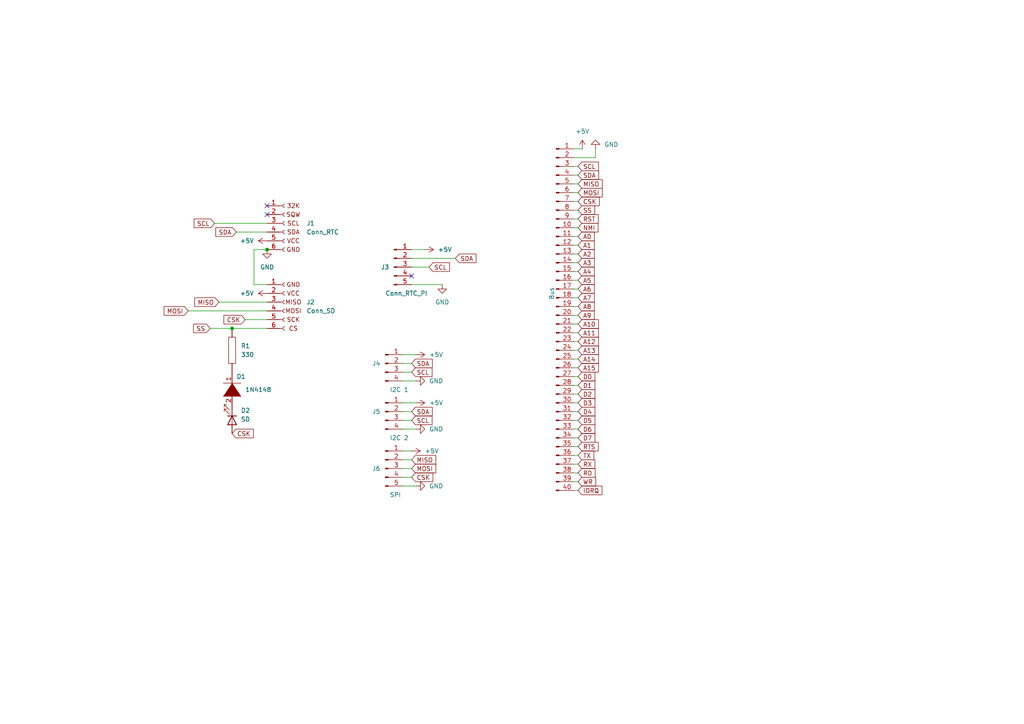
<source format=kicad_sch>
(kicad_sch (version 20211123) (generator eeschema)

  (uuid 5980b234-8b63-4bc3-ba23-afef13c1fe57)

  (paper "A4")

  (lib_symbols
    (symbol "Connector:Conn_01x04_Male" (pin_names (offset 1.016) hide) (in_bom yes) (on_board yes)
      (property "Reference" "J" (id 0) (at 0 5.08 0)
        (effects (font (size 1.27 1.27)))
      )
      (property "Value" "Conn_01x04_Male" (id 1) (at 0 -7.62 0)
        (effects (font (size 1.27 1.27)))
      )
      (property "Footprint" "" (id 2) (at 0 0 0)
        (effects (font (size 1.27 1.27)) hide)
      )
      (property "Datasheet" "~" (id 3) (at 0 0 0)
        (effects (font (size 1.27 1.27)) hide)
      )
      (property "ki_keywords" "connector" (id 4) (at 0 0 0)
        (effects (font (size 1.27 1.27)) hide)
      )
      (property "ki_description" "Generic connector, single row, 01x04, script generated (kicad-library-utils/schlib/autogen/connector/)" (id 5) (at 0 0 0)
        (effects (font (size 1.27 1.27)) hide)
      )
      (property "ki_fp_filters" "Connector*:*_1x??_*" (id 6) (at 0 0 0)
        (effects (font (size 1.27 1.27)) hide)
      )
      (symbol "Conn_01x04_Male_1_1"
        (polyline
          (pts
            (xy 1.27 -5.08)
            (xy 0.8636 -5.08)
          )
          (stroke (width 0.1524) (type default) (color 0 0 0 0))
          (fill (type none))
        )
        (polyline
          (pts
            (xy 1.27 -2.54)
            (xy 0.8636 -2.54)
          )
          (stroke (width 0.1524) (type default) (color 0 0 0 0))
          (fill (type none))
        )
        (polyline
          (pts
            (xy 1.27 0)
            (xy 0.8636 0)
          )
          (stroke (width 0.1524) (type default) (color 0 0 0 0))
          (fill (type none))
        )
        (polyline
          (pts
            (xy 1.27 2.54)
            (xy 0.8636 2.54)
          )
          (stroke (width 0.1524) (type default) (color 0 0 0 0))
          (fill (type none))
        )
        (rectangle (start 0.8636 -4.953) (end 0 -5.207)
          (stroke (width 0.1524) (type default) (color 0 0 0 0))
          (fill (type outline))
        )
        (rectangle (start 0.8636 -2.413) (end 0 -2.667)
          (stroke (width 0.1524) (type default) (color 0 0 0 0))
          (fill (type outline))
        )
        (rectangle (start 0.8636 0.127) (end 0 -0.127)
          (stroke (width 0.1524) (type default) (color 0 0 0 0))
          (fill (type outline))
        )
        (rectangle (start 0.8636 2.667) (end 0 2.413)
          (stroke (width 0.1524) (type default) (color 0 0 0 0))
          (fill (type outline))
        )
        (pin passive line (at 5.08 2.54 180) (length 3.81)
          (name "Pin_1" (effects (font (size 1.27 1.27))))
          (number "1" (effects (font (size 1.27 1.27))))
        )
        (pin passive line (at 5.08 0 180) (length 3.81)
          (name "Pin_2" (effects (font (size 1.27 1.27))))
          (number "2" (effects (font (size 1.27 1.27))))
        )
        (pin passive line (at 5.08 -2.54 180) (length 3.81)
          (name "Pin_3" (effects (font (size 1.27 1.27))))
          (number "3" (effects (font (size 1.27 1.27))))
        )
        (pin passive line (at 5.08 -5.08 180) (length 3.81)
          (name "Pin_4" (effects (font (size 1.27 1.27))))
          (number "4" (effects (font (size 1.27 1.27))))
        )
      )
    )
    (symbol "Connector:Conn_01x05_Male" (pin_names (offset 1.016) hide) (in_bom yes) (on_board yes)
      (property "Reference" "J" (id 0) (at 0 7.62 0)
        (effects (font (size 1.27 1.27)))
      )
      (property "Value" "Conn_01x05_Male" (id 1) (at 0 -7.62 0)
        (effects (font (size 1.27 1.27)))
      )
      (property "Footprint" "" (id 2) (at 0 0 0)
        (effects (font (size 1.27 1.27)) hide)
      )
      (property "Datasheet" "~" (id 3) (at 0 0 0)
        (effects (font (size 1.27 1.27)) hide)
      )
      (property "ki_keywords" "connector" (id 4) (at 0 0 0)
        (effects (font (size 1.27 1.27)) hide)
      )
      (property "ki_description" "Generic connector, single row, 01x05, script generated (kicad-library-utils/schlib/autogen/connector/)" (id 5) (at 0 0 0)
        (effects (font (size 1.27 1.27)) hide)
      )
      (property "ki_fp_filters" "Connector*:*_1x??_*" (id 6) (at 0 0 0)
        (effects (font (size 1.27 1.27)) hide)
      )
      (symbol "Conn_01x05_Male_1_1"
        (polyline
          (pts
            (xy 1.27 -5.08)
            (xy 0.8636 -5.08)
          )
          (stroke (width 0.1524) (type default) (color 0 0 0 0))
          (fill (type none))
        )
        (polyline
          (pts
            (xy 1.27 -2.54)
            (xy 0.8636 -2.54)
          )
          (stroke (width 0.1524) (type default) (color 0 0 0 0))
          (fill (type none))
        )
        (polyline
          (pts
            (xy 1.27 0)
            (xy 0.8636 0)
          )
          (stroke (width 0.1524) (type default) (color 0 0 0 0))
          (fill (type none))
        )
        (polyline
          (pts
            (xy 1.27 2.54)
            (xy 0.8636 2.54)
          )
          (stroke (width 0.1524) (type default) (color 0 0 0 0))
          (fill (type none))
        )
        (polyline
          (pts
            (xy 1.27 5.08)
            (xy 0.8636 5.08)
          )
          (stroke (width 0.1524) (type default) (color 0 0 0 0))
          (fill (type none))
        )
        (rectangle (start 0.8636 -4.953) (end 0 -5.207)
          (stroke (width 0.1524) (type default) (color 0 0 0 0))
          (fill (type outline))
        )
        (rectangle (start 0.8636 -2.413) (end 0 -2.667)
          (stroke (width 0.1524) (type default) (color 0 0 0 0))
          (fill (type outline))
        )
        (rectangle (start 0.8636 0.127) (end 0 -0.127)
          (stroke (width 0.1524) (type default) (color 0 0 0 0))
          (fill (type outline))
        )
        (rectangle (start 0.8636 2.667) (end 0 2.413)
          (stroke (width 0.1524) (type default) (color 0 0 0 0))
          (fill (type outline))
        )
        (rectangle (start 0.8636 5.207) (end 0 4.953)
          (stroke (width 0.1524) (type default) (color 0 0 0 0))
          (fill (type outline))
        )
        (pin passive line (at 5.08 5.08 180) (length 3.81)
          (name "Pin_1" (effects (font (size 1.27 1.27))))
          (number "1" (effects (font (size 1.27 1.27))))
        )
        (pin passive line (at 5.08 2.54 180) (length 3.81)
          (name "Pin_2" (effects (font (size 1.27 1.27))))
          (number "2" (effects (font (size 1.27 1.27))))
        )
        (pin passive line (at 5.08 0 180) (length 3.81)
          (name "Pin_3" (effects (font (size 1.27 1.27))))
          (number "3" (effects (font (size 1.27 1.27))))
        )
        (pin passive line (at 5.08 -2.54 180) (length 3.81)
          (name "Pin_4" (effects (font (size 1.27 1.27))))
          (number "4" (effects (font (size 1.27 1.27))))
        )
        (pin passive line (at 5.08 -5.08 180) (length 3.81)
          (name "Pin_5" (effects (font (size 1.27 1.27))))
          (number "5" (effects (font (size 1.27 1.27))))
        )
      )
    )
    (symbol "Connector:Conn_01x40_Male" (pin_names (offset 1.016) hide) (in_bom yes) (on_board yes)
      (property "Reference" "J" (id 0) (at 0 50.8 0)
        (effects (font (size 1.27 1.27)))
      )
      (property "Value" "Conn_01x40_Male" (id 1) (at 0 -53.34 0)
        (effects (font (size 1.27 1.27)))
      )
      (property "Footprint" "" (id 2) (at 0 0 0)
        (effects (font (size 1.27 1.27)) hide)
      )
      (property "Datasheet" "~" (id 3) (at 0 0 0)
        (effects (font (size 1.27 1.27)) hide)
      )
      (property "ki_keywords" "connector" (id 4) (at 0 0 0)
        (effects (font (size 1.27 1.27)) hide)
      )
      (property "ki_description" "Generic connector, single row, 01x40, script generated (kicad-library-utils/schlib/autogen/connector/)" (id 5) (at 0 0 0)
        (effects (font (size 1.27 1.27)) hide)
      )
      (property "ki_fp_filters" "Connector*:*_1x??_*" (id 6) (at 0 0 0)
        (effects (font (size 1.27 1.27)) hide)
      )
      (symbol "Conn_01x40_Male_1_1"
        (polyline
          (pts
            (xy 1.27 -50.8)
            (xy 0.8636 -50.8)
          )
          (stroke (width 0.1524) (type default) (color 0 0 0 0))
          (fill (type none))
        )
        (polyline
          (pts
            (xy 1.27 -48.26)
            (xy 0.8636 -48.26)
          )
          (stroke (width 0.1524) (type default) (color 0 0 0 0))
          (fill (type none))
        )
        (polyline
          (pts
            (xy 1.27 -45.72)
            (xy 0.8636 -45.72)
          )
          (stroke (width 0.1524) (type default) (color 0 0 0 0))
          (fill (type none))
        )
        (polyline
          (pts
            (xy 1.27 -43.18)
            (xy 0.8636 -43.18)
          )
          (stroke (width 0.1524) (type default) (color 0 0 0 0))
          (fill (type none))
        )
        (polyline
          (pts
            (xy 1.27 -40.64)
            (xy 0.8636 -40.64)
          )
          (stroke (width 0.1524) (type default) (color 0 0 0 0))
          (fill (type none))
        )
        (polyline
          (pts
            (xy 1.27 -38.1)
            (xy 0.8636 -38.1)
          )
          (stroke (width 0.1524) (type default) (color 0 0 0 0))
          (fill (type none))
        )
        (polyline
          (pts
            (xy 1.27 -35.56)
            (xy 0.8636 -35.56)
          )
          (stroke (width 0.1524) (type default) (color 0 0 0 0))
          (fill (type none))
        )
        (polyline
          (pts
            (xy 1.27 -33.02)
            (xy 0.8636 -33.02)
          )
          (stroke (width 0.1524) (type default) (color 0 0 0 0))
          (fill (type none))
        )
        (polyline
          (pts
            (xy 1.27 -30.48)
            (xy 0.8636 -30.48)
          )
          (stroke (width 0.1524) (type default) (color 0 0 0 0))
          (fill (type none))
        )
        (polyline
          (pts
            (xy 1.27 -27.94)
            (xy 0.8636 -27.94)
          )
          (stroke (width 0.1524) (type default) (color 0 0 0 0))
          (fill (type none))
        )
        (polyline
          (pts
            (xy 1.27 -25.4)
            (xy 0.8636 -25.4)
          )
          (stroke (width 0.1524) (type default) (color 0 0 0 0))
          (fill (type none))
        )
        (polyline
          (pts
            (xy 1.27 -22.86)
            (xy 0.8636 -22.86)
          )
          (stroke (width 0.1524) (type default) (color 0 0 0 0))
          (fill (type none))
        )
        (polyline
          (pts
            (xy 1.27 -20.32)
            (xy 0.8636 -20.32)
          )
          (stroke (width 0.1524) (type default) (color 0 0 0 0))
          (fill (type none))
        )
        (polyline
          (pts
            (xy 1.27 -17.78)
            (xy 0.8636 -17.78)
          )
          (stroke (width 0.1524) (type default) (color 0 0 0 0))
          (fill (type none))
        )
        (polyline
          (pts
            (xy 1.27 -15.24)
            (xy 0.8636 -15.24)
          )
          (stroke (width 0.1524) (type default) (color 0 0 0 0))
          (fill (type none))
        )
        (polyline
          (pts
            (xy 1.27 -12.7)
            (xy 0.8636 -12.7)
          )
          (stroke (width 0.1524) (type default) (color 0 0 0 0))
          (fill (type none))
        )
        (polyline
          (pts
            (xy 1.27 -10.16)
            (xy 0.8636 -10.16)
          )
          (stroke (width 0.1524) (type default) (color 0 0 0 0))
          (fill (type none))
        )
        (polyline
          (pts
            (xy 1.27 -7.62)
            (xy 0.8636 -7.62)
          )
          (stroke (width 0.1524) (type default) (color 0 0 0 0))
          (fill (type none))
        )
        (polyline
          (pts
            (xy 1.27 -5.08)
            (xy 0.8636 -5.08)
          )
          (stroke (width 0.1524) (type default) (color 0 0 0 0))
          (fill (type none))
        )
        (polyline
          (pts
            (xy 1.27 -2.54)
            (xy 0.8636 -2.54)
          )
          (stroke (width 0.1524) (type default) (color 0 0 0 0))
          (fill (type none))
        )
        (polyline
          (pts
            (xy 1.27 0)
            (xy 0.8636 0)
          )
          (stroke (width 0.1524) (type default) (color 0 0 0 0))
          (fill (type none))
        )
        (polyline
          (pts
            (xy 1.27 2.54)
            (xy 0.8636 2.54)
          )
          (stroke (width 0.1524) (type default) (color 0 0 0 0))
          (fill (type none))
        )
        (polyline
          (pts
            (xy 1.27 5.08)
            (xy 0.8636 5.08)
          )
          (stroke (width 0.1524) (type default) (color 0 0 0 0))
          (fill (type none))
        )
        (polyline
          (pts
            (xy 1.27 7.62)
            (xy 0.8636 7.62)
          )
          (stroke (width 0.1524) (type default) (color 0 0 0 0))
          (fill (type none))
        )
        (polyline
          (pts
            (xy 1.27 10.16)
            (xy 0.8636 10.16)
          )
          (stroke (width 0.1524) (type default) (color 0 0 0 0))
          (fill (type none))
        )
        (polyline
          (pts
            (xy 1.27 12.7)
            (xy 0.8636 12.7)
          )
          (stroke (width 0.1524) (type default) (color 0 0 0 0))
          (fill (type none))
        )
        (polyline
          (pts
            (xy 1.27 15.24)
            (xy 0.8636 15.24)
          )
          (stroke (width 0.1524) (type default) (color 0 0 0 0))
          (fill (type none))
        )
        (polyline
          (pts
            (xy 1.27 17.78)
            (xy 0.8636 17.78)
          )
          (stroke (width 0.1524) (type default) (color 0 0 0 0))
          (fill (type none))
        )
        (polyline
          (pts
            (xy 1.27 20.32)
            (xy 0.8636 20.32)
          )
          (stroke (width 0.1524) (type default) (color 0 0 0 0))
          (fill (type none))
        )
        (polyline
          (pts
            (xy 1.27 22.86)
            (xy 0.8636 22.86)
          )
          (stroke (width 0.1524) (type default) (color 0 0 0 0))
          (fill (type none))
        )
        (polyline
          (pts
            (xy 1.27 25.4)
            (xy 0.8636 25.4)
          )
          (stroke (width 0.1524) (type default) (color 0 0 0 0))
          (fill (type none))
        )
        (polyline
          (pts
            (xy 1.27 27.94)
            (xy 0.8636 27.94)
          )
          (stroke (width 0.1524) (type default) (color 0 0 0 0))
          (fill (type none))
        )
        (polyline
          (pts
            (xy 1.27 30.48)
            (xy 0.8636 30.48)
          )
          (stroke (width 0.1524) (type default) (color 0 0 0 0))
          (fill (type none))
        )
        (polyline
          (pts
            (xy 1.27 33.02)
            (xy 0.8636 33.02)
          )
          (stroke (width 0.1524) (type default) (color 0 0 0 0))
          (fill (type none))
        )
        (polyline
          (pts
            (xy 1.27 35.56)
            (xy 0.8636 35.56)
          )
          (stroke (width 0.1524) (type default) (color 0 0 0 0))
          (fill (type none))
        )
        (polyline
          (pts
            (xy 1.27 38.1)
            (xy 0.8636 38.1)
          )
          (stroke (width 0.1524) (type default) (color 0 0 0 0))
          (fill (type none))
        )
        (polyline
          (pts
            (xy 1.27 40.64)
            (xy 0.8636 40.64)
          )
          (stroke (width 0.1524) (type default) (color 0 0 0 0))
          (fill (type none))
        )
        (polyline
          (pts
            (xy 1.27 43.18)
            (xy 0.8636 43.18)
          )
          (stroke (width 0.1524) (type default) (color 0 0 0 0))
          (fill (type none))
        )
        (polyline
          (pts
            (xy 1.27 45.72)
            (xy 0.8636 45.72)
          )
          (stroke (width 0.1524) (type default) (color 0 0 0 0))
          (fill (type none))
        )
        (polyline
          (pts
            (xy 1.27 48.26)
            (xy 0.8636 48.26)
          )
          (stroke (width 0.1524) (type default) (color 0 0 0 0))
          (fill (type none))
        )
        (rectangle (start 0.8636 -50.673) (end 0 -50.927)
          (stroke (width 0.1524) (type default) (color 0 0 0 0))
          (fill (type outline))
        )
        (rectangle (start 0.8636 -48.133) (end 0 -48.387)
          (stroke (width 0.1524) (type default) (color 0 0 0 0))
          (fill (type outline))
        )
        (rectangle (start 0.8636 -45.593) (end 0 -45.847)
          (stroke (width 0.1524) (type default) (color 0 0 0 0))
          (fill (type outline))
        )
        (rectangle (start 0.8636 -43.053) (end 0 -43.307)
          (stroke (width 0.1524) (type default) (color 0 0 0 0))
          (fill (type outline))
        )
        (rectangle (start 0.8636 -40.513) (end 0 -40.767)
          (stroke (width 0.1524) (type default) (color 0 0 0 0))
          (fill (type outline))
        )
        (rectangle (start 0.8636 -37.973) (end 0 -38.227)
          (stroke (width 0.1524) (type default) (color 0 0 0 0))
          (fill (type outline))
        )
        (rectangle (start 0.8636 -35.433) (end 0 -35.687)
          (stroke (width 0.1524) (type default) (color 0 0 0 0))
          (fill (type outline))
        )
        (rectangle (start 0.8636 -32.893) (end 0 -33.147)
          (stroke (width 0.1524) (type default) (color 0 0 0 0))
          (fill (type outline))
        )
        (rectangle (start 0.8636 -30.353) (end 0 -30.607)
          (stroke (width 0.1524) (type default) (color 0 0 0 0))
          (fill (type outline))
        )
        (rectangle (start 0.8636 -27.813) (end 0 -28.067)
          (stroke (width 0.1524) (type default) (color 0 0 0 0))
          (fill (type outline))
        )
        (rectangle (start 0.8636 -25.273) (end 0 -25.527)
          (stroke (width 0.1524) (type default) (color 0 0 0 0))
          (fill (type outline))
        )
        (rectangle (start 0.8636 -22.733) (end 0 -22.987)
          (stroke (width 0.1524) (type default) (color 0 0 0 0))
          (fill (type outline))
        )
        (rectangle (start 0.8636 -20.193) (end 0 -20.447)
          (stroke (width 0.1524) (type default) (color 0 0 0 0))
          (fill (type outline))
        )
        (rectangle (start 0.8636 -17.653) (end 0 -17.907)
          (stroke (width 0.1524) (type default) (color 0 0 0 0))
          (fill (type outline))
        )
        (rectangle (start 0.8636 -15.113) (end 0 -15.367)
          (stroke (width 0.1524) (type default) (color 0 0 0 0))
          (fill (type outline))
        )
        (rectangle (start 0.8636 -12.573) (end 0 -12.827)
          (stroke (width 0.1524) (type default) (color 0 0 0 0))
          (fill (type outline))
        )
        (rectangle (start 0.8636 -10.033) (end 0 -10.287)
          (stroke (width 0.1524) (type default) (color 0 0 0 0))
          (fill (type outline))
        )
        (rectangle (start 0.8636 -7.493) (end 0 -7.747)
          (stroke (width 0.1524) (type default) (color 0 0 0 0))
          (fill (type outline))
        )
        (rectangle (start 0.8636 -4.953) (end 0 -5.207)
          (stroke (width 0.1524) (type default) (color 0 0 0 0))
          (fill (type outline))
        )
        (rectangle (start 0.8636 -2.413) (end 0 -2.667)
          (stroke (width 0.1524) (type default) (color 0 0 0 0))
          (fill (type outline))
        )
        (rectangle (start 0.8636 0.127) (end 0 -0.127)
          (stroke (width 0.1524) (type default) (color 0 0 0 0))
          (fill (type outline))
        )
        (rectangle (start 0.8636 2.667) (end 0 2.413)
          (stroke (width 0.1524) (type default) (color 0 0 0 0))
          (fill (type outline))
        )
        (rectangle (start 0.8636 5.207) (end 0 4.953)
          (stroke (width 0.1524) (type default) (color 0 0 0 0))
          (fill (type outline))
        )
        (rectangle (start 0.8636 7.747) (end 0 7.493)
          (stroke (width 0.1524) (type default) (color 0 0 0 0))
          (fill (type outline))
        )
        (rectangle (start 0.8636 10.287) (end 0 10.033)
          (stroke (width 0.1524) (type default) (color 0 0 0 0))
          (fill (type outline))
        )
        (rectangle (start 0.8636 12.827) (end 0 12.573)
          (stroke (width 0.1524) (type default) (color 0 0 0 0))
          (fill (type outline))
        )
        (rectangle (start 0.8636 15.367) (end 0 15.113)
          (stroke (width 0.1524) (type default) (color 0 0 0 0))
          (fill (type outline))
        )
        (rectangle (start 0.8636 17.907) (end 0 17.653)
          (stroke (width 0.1524) (type default) (color 0 0 0 0))
          (fill (type outline))
        )
        (rectangle (start 0.8636 20.447) (end 0 20.193)
          (stroke (width 0.1524) (type default) (color 0 0 0 0))
          (fill (type outline))
        )
        (rectangle (start 0.8636 22.987) (end 0 22.733)
          (stroke (width 0.1524) (type default) (color 0 0 0 0))
          (fill (type outline))
        )
        (rectangle (start 0.8636 25.527) (end 0 25.273)
          (stroke (width 0.1524) (type default) (color 0 0 0 0))
          (fill (type outline))
        )
        (rectangle (start 0.8636 28.067) (end 0 27.813)
          (stroke (width 0.1524) (type default) (color 0 0 0 0))
          (fill (type outline))
        )
        (rectangle (start 0.8636 30.607) (end 0 30.353)
          (stroke (width 0.1524) (type default) (color 0 0 0 0))
          (fill (type outline))
        )
        (rectangle (start 0.8636 33.147) (end 0 32.893)
          (stroke (width 0.1524) (type default) (color 0 0 0 0))
          (fill (type outline))
        )
        (rectangle (start 0.8636 35.687) (end 0 35.433)
          (stroke (width 0.1524) (type default) (color 0 0 0 0))
          (fill (type outline))
        )
        (rectangle (start 0.8636 38.227) (end 0 37.973)
          (stroke (width 0.1524) (type default) (color 0 0 0 0))
          (fill (type outline))
        )
        (rectangle (start 0.8636 40.767) (end 0 40.513)
          (stroke (width 0.1524) (type default) (color 0 0 0 0))
          (fill (type outline))
        )
        (rectangle (start 0.8636 43.307) (end 0 43.053)
          (stroke (width 0.1524) (type default) (color 0 0 0 0))
          (fill (type outline))
        )
        (rectangle (start 0.8636 45.847) (end 0 45.593)
          (stroke (width 0.1524) (type default) (color 0 0 0 0))
          (fill (type outline))
        )
        (rectangle (start 0.8636 48.387) (end 0 48.133)
          (stroke (width 0.1524) (type default) (color 0 0 0 0))
          (fill (type outline))
        )
        (pin passive line (at 5.08 48.26 180) (length 3.81)
          (name "Pin_1" (effects (font (size 1.27 1.27))))
          (number "1" (effects (font (size 1.27 1.27))))
        )
        (pin passive line (at 5.08 25.4 180) (length 3.81)
          (name "Pin_10" (effects (font (size 1.27 1.27))))
          (number "10" (effects (font (size 1.27 1.27))))
        )
        (pin passive line (at 5.08 22.86 180) (length 3.81)
          (name "Pin_11" (effects (font (size 1.27 1.27))))
          (number "11" (effects (font (size 1.27 1.27))))
        )
        (pin passive line (at 5.08 20.32 180) (length 3.81)
          (name "Pin_12" (effects (font (size 1.27 1.27))))
          (number "12" (effects (font (size 1.27 1.27))))
        )
        (pin passive line (at 5.08 17.78 180) (length 3.81)
          (name "Pin_13" (effects (font (size 1.27 1.27))))
          (number "13" (effects (font (size 1.27 1.27))))
        )
        (pin passive line (at 5.08 15.24 180) (length 3.81)
          (name "Pin_14" (effects (font (size 1.27 1.27))))
          (number "14" (effects (font (size 1.27 1.27))))
        )
        (pin passive line (at 5.08 12.7 180) (length 3.81)
          (name "Pin_15" (effects (font (size 1.27 1.27))))
          (number "15" (effects (font (size 1.27 1.27))))
        )
        (pin passive line (at 5.08 10.16 180) (length 3.81)
          (name "Pin_16" (effects (font (size 1.27 1.27))))
          (number "16" (effects (font (size 1.27 1.27))))
        )
        (pin passive line (at 5.08 7.62 180) (length 3.81)
          (name "Pin_17" (effects (font (size 1.27 1.27))))
          (number "17" (effects (font (size 1.27 1.27))))
        )
        (pin passive line (at 5.08 5.08 180) (length 3.81)
          (name "Pin_18" (effects (font (size 1.27 1.27))))
          (number "18" (effects (font (size 1.27 1.27))))
        )
        (pin passive line (at 5.08 2.54 180) (length 3.81)
          (name "Pin_19" (effects (font (size 1.27 1.27))))
          (number "19" (effects (font (size 1.27 1.27))))
        )
        (pin passive line (at 5.08 45.72 180) (length 3.81)
          (name "Pin_2" (effects (font (size 1.27 1.27))))
          (number "2" (effects (font (size 1.27 1.27))))
        )
        (pin passive line (at 5.08 0 180) (length 3.81)
          (name "Pin_20" (effects (font (size 1.27 1.27))))
          (number "20" (effects (font (size 1.27 1.27))))
        )
        (pin passive line (at 5.08 -2.54 180) (length 3.81)
          (name "Pin_21" (effects (font (size 1.27 1.27))))
          (number "21" (effects (font (size 1.27 1.27))))
        )
        (pin passive line (at 5.08 -5.08 180) (length 3.81)
          (name "Pin_22" (effects (font (size 1.27 1.27))))
          (number "22" (effects (font (size 1.27 1.27))))
        )
        (pin passive line (at 5.08 -7.62 180) (length 3.81)
          (name "Pin_23" (effects (font (size 1.27 1.27))))
          (number "23" (effects (font (size 1.27 1.27))))
        )
        (pin passive line (at 5.08 -10.16 180) (length 3.81)
          (name "Pin_24" (effects (font (size 1.27 1.27))))
          (number "24" (effects (font (size 1.27 1.27))))
        )
        (pin passive line (at 5.08 -12.7 180) (length 3.81)
          (name "Pin_25" (effects (font (size 1.27 1.27))))
          (number "25" (effects (font (size 1.27 1.27))))
        )
        (pin passive line (at 5.08 -15.24 180) (length 3.81)
          (name "Pin_26" (effects (font (size 1.27 1.27))))
          (number "26" (effects (font (size 1.27 1.27))))
        )
        (pin passive line (at 5.08 -17.78 180) (length 3.81)
          (name "Pin_27" (effects (font (size 1.27 1.27))))
          (number "27" (effects (font (size 1.27 1.27))))
        )
        (pin passive line (at 5.08 -20.32 180) (length 3.81)
          (name "Pin_28" (effects (font (size 1.27 1.27))))
          (number "28" (effects (font (size 1.27 1.27))))
        )
        (pin passive line (at 5.08 -22.86 180) (length 3.81)
          (name "Pin_29" (effects (font (size 1.27 1.27))))
          (number "29" (effects (font (size 1.27 1.27))))
        )
        (pin passive line (at 5.08 43.18 180) (length 3.81)
          (name "Pin_3" (effects (font (size 1.27 1.27))))
          (number "3" (effects (font (size 1.27 1.27))))
        )
        (pin passive line (at 5.08 -25.4 180) (length 3.81)
          (name "Pin_30" (effects (font (size 1.27 1.27))))
          (number "30" (effects (font (size 1.27 1.27))))
        )
        (pin passive line (at 5.08 -27.94 180) (length 3.81)
          (name "Pin_31" (effects (font (size 1.27 1.27))))
          (number "31" (effects (font (size 1.27 1.27))))
        )
        (pin passive line (at 5.08 -30.48 180) (length 3.81)
          (name "Pin_32" (effects (font (size 1.27 1.27))))
          (number "32" (effects (font (size 1.27 1.27))))
        )
        (pin passive line (at 5.08 -33.02 180) (length 3.81)
          (name "Pin_33" (effects (font (size 1.27 1.27))))
          (number "33" (effects (font (size 1.27 1.27))))
        )
        (pin passive line (at 5.08 -35.56 180) (length 3.81)
          (name "Pin_34" (effects (font (size 1.27 1.27))))
          (number "34" (effects (font (size 1.27 1.27))))
        )
        (pin passive line (at 5.08 -38.1 180) (length 3.81)
          (name "Pin_35" (effects (font (size 1.27 1.27))))
          (number "35" (effects (font (size 1.27 1.27))))
        )
        (pin passive line (at 5.08 -40.64 180) (length 3.81)
          (name "Pin_36" (effects (font (size 1.27 1.27))))
          (number "36" (effects (font (size 1.27 1.27))))
        )
        (pin passive line (at 5.08 -43.18 180) (length 3.81)
          (name "Pin_37" (effects (font (size 1.27 1.27))))
          (number "37" (effects (font (size 1.27 1.27))))
        )
        (pin passive line (at 5.08 -45.72 180) (length 3.81)
          (name "Pin_38" (effects (font (size 1.27 1.27))))
          (number "38" (effects (font (size 1.27 1.27))))
        )
        (pin passive line (at 5.08 -48.26 180) (length 3.81)
          (name "Pin_39" (effects (font (size 1.27 1.27))))
          (number "39" (effects (font (size 1.27 1.27))))
        )
        (pin passive line (at 5.08 40.64 180) (length 3.81)
          (name "Pin_4" (effects (font (size 1.27 1.27))))
          (number "4" (effects (font (size 1.27 1.27))))
        )
        (pin passive line (at 5.08 -50.8 180) (length 3.81)
          (name "Pin_40" (effects (font (size 1.27 1.27))))
          (number "40" (effects (font (size 1.27 1.27))))
        )
        (pin passive line (at 5.08 38.1 180) (length 3.81)
          (name "Pin_5" (effects (font (size 1.27 1.27))))
          (number "5" (effects (font (size 1.27 1.27))))
        )
        (pin passive line (at 5.08 35.56 180) (length 3.81)
          (name "Pin_6" (effects (font (size 1.27 1.27))))
          (number "6" (effects (font (size 1.27 1.27))))
        )
        (pin passive line (at 5.08 33.02 180) (length 3.81)
          (name "Pin_7" (effects (font (size 1.27 1.27))))
          (number "7" (effects (font (size 1.27 1.27))))
        )
        (pin passive line (at 5.08 30.48 180) (length 3.81)
          (name "Pin_8" (effects (font (size 1.27 1.27))))
          (number "8" (effects (font (size 1.27 1.27))))
        )
        (pin passive line (at 5.08 27.94 180) (length 3.81)
          (name "Pin_9" (effects (font (size 1.27 1.27))))
          (number "9" (effects (font (size 1.27 1.27))))
        )
      )
    )
    (symbol "Connector:Conn_RTC" (pin_names (offset 1.016) hide) (in_bom yes) (on_board yes)
      (property "Reference" "J?" (id 0) (at -3.81 8.89 0)
        (effects (font (size 1.27 1.27)) (justify left))
      )
      (property "Value" "Conn_RTC" (id 1) (at -7.62 -10.16 0)
        (effects (font (size 1.27 1.27)) (justify left))
      )
      (property "Footprint" "" (id 2) (at 0 0 0)
        (effects (font (size 1.27 1.27)) hide)
      )
      (property "Datasheet" "~" (id 3) (at 0 0 0)
        (effects (font (size 1.27 1.27)) hide)
      )
      (property "ki_keywords" "connector" (id 4) (at 0 0 0)
        (effects (font (size 1.27 1.27)) hide)
      )
      (property "ki_description" "Generic connector, single row, 01x06, script generated (kicad-library-utils/schlib/autogen/connector/)" (id 5) (at 0 0 0)
        (effects (font (size 1.27 1.27)) hide)
      )
      (property "ki_fp_filters" "Connector*:*_1x??_*" (id 6) (at 0 0 0)
        (effects (font (size 1.27 1.27)) hide)
      )
      (symbol "Conn_RTC_0_0"
        (text "32K" (at 2.54 5.08 0)
          (effects (font (size 1.27 1.27)))
        )
        (text "GND" (at 2.54 -7.62 0)
          (effects (font (size 1.27 1.27)))
        )
        (text "SCL" (at 2.54 0 0)
          (effects (font (size 1.27 1.27)))
        )
        (text "SDA" (at 2.54 -2.54 0)
          (effects (font (size 1.27 1.27)))
        )
        (text "SQW" (at 2.54 2.54 0)
          (effects (font (size 1.27 1.27)))
        )
        (text "VCC" (at 2.54 -5.08 0)
          (effects (font (size 1.27 1.27)))
        )
      )
      (symbol "Conn_RTC_1_1"
        (arc (start 0 -7.112) (mid -0.508 -7.62) (end 0 -8.128)
          (stroke (width 0.1524) (type default) (color 0 0 0 0))
          (fill (type none))
        )
        (arc (start 0 -4.572) (mid -0.508 -5.08) (end 0 -5.588)
          (stroke (width 0.1524) (type default) (color 0 0 0 0))
          (fill (type none))
        )
        (arc (start 0 -2.032) (mid -0.508 -2.54) (end 0 -3.048)
          (stroke (width 0.1524) (type default) (color 0 0 0 0))
          (fill (type none))
        )
        (polyline
          (pts
            (xy -1.27 -7.62)
            (xy -0.508 -7.62)
          )
          (stroke (width 0.1524) (type default) (color 0 0 0 0))
          (fill (type none))
        )
        (polyline
          (pts
            (xy -1.27 -5.08)
            (xy -0.508 -5.08)
          )
          (stroke (width 0.1524) (type default) (color 0 0 0 0))
          (fill (type none))
        )
        (polyline
          (pts
            (xy -1.27 -2.54)
            (xy -0.508 -2.54)
          )
          (stroke (width 0.1524) (type default) (color 0 0 0 0))
          (fill (type none))
        )
        (polyline
          (pts
            (xy -1.27 0)
            (xy -0.508 0)
          )
          (stroke (width 0.1524) (type default) (color 0 0 0 0))
          (fill (type none))
        )
        (polyline
          (pts
            (xy -1.27 2.54)
            (xy -0.508 2.54)
          )
          (stroke (width 0.1524) (type default) (color 0 0 0 0))
          (fill (type none))
        )
        (polyline
          (pts
            (xy -1.27 5.08)
            (xy -0.508 5.08)
          )
          (stroke (width 0.1524) (type default) (color 0 0 0 0))
          (fill (type none))
        )
        (arc (start 0 0.508) (mid -0.508 0) (end 0 -0.508)
          (stroke (width 0.1524) (type default) (color 0 0 0 0))
          (fill (type none))
        )
        (arc (start 0 3.048) (mid -0.508 2.54) (end 0 2.032)
          (stroke (width 0.1524) (type default) (color 0 0 0 0))
          (fill (type none))
        )
        (arc (start 0 5.588) (mid -0.508 5.08) (end 0 4.572)
          (stroke (width 0.1524) (type default) (color 0 0 0 0))
          (fill (type none))
        )
        (pin passive line (at -5.08 5.08 0) (length 3.81)
          (name "Pin_1" (effects (font (size 1.27 1.27))))
          (number "1" (effects (font (size 1.27 1.27))))
        )
        (pin passive line (at -5.08 2.54 0) (length 3.81)
          (name "Pin_2" (effects (font (size 1.27 1.27))))
          (number "2" (effects (font (size 1.27 1.27))))
        )
        (pin passive line (at -5.08 0 0) (length 3.81)
          (name "Pin_3" (effects (font (size 1.27 1.27))))
          (number "3" (effects (font (size 1.27 1.27))))
        )
        (pin passive line (at -5.08 -2.54 0) (length 3.81)
          (name "Pin_4" (effects (font (size 1.27 1.27))))
          (number "4" (effects (font (size 1.27 1.27))))
        )
        (pin passive line (at -5.08 -5.08 0) (length 3.81)
          (name "Pin_5" (effects (font (size 1.27 1.27))))
          (number "5" (effects (font (size 1.27 1.27))))
        )
        (pin passive line (at -5.08 -7.62 0) (length 3.81)
          (name "Pin_6" (effects (font (size 1.27 1.27))))
          (number "6" (effects (font (size 1.27 1.27))))
        )
      )
    )
    (symbol "Connector:Conn_SD" (pin_names (offset 1.016) hide) (in_bom yes) (on_board yes)
      (property "Reference" "J?" (id 0) (at -2.54 7.62 0)
        (effects (font (size 1.27 1.27)) (justify left))
      )
      (property "Value" "Conn_SD" (id 1) (at -5.08 -10.16 0)
        (effects (font (size 1.27 1.27)) (justify left))
      )
      (property "Footprint" "" (id 2) (at 0 0 0)
        (effects (font (size 1.27 1.27)) hide)
      )
      (property "Datasheet" "~" (id 3) (at 0 0 0)
        (effects (font (size 1.27 1.27)) hide)
      )
      (property "ki_keywords" "connector" (id 4) (at 0 0 0)
        (effects (font (size 1.27 1.27)) hide)
      )
      (property "ki_description" "Generic connector, single row, 01x06, script generated (kicad-library-utils/schlib/autogen/connector/)" (id 5) (at 0 0 0)
        (effects (font (size 1.27 1.27)) hide)
      )
      (property "ki_fp_filters" "Connector*:*_1x??_*" (id 6) (at 0 0 0)
        (effects (font (size 1.27 1.27)) hide)
      )
      (symbol "Conn_SD_0_0"
        (text "CS" (at 2.54 -7.62 0)
          (effects (font (size 1.27 1.27)))
        )
        (text "GND" (at 2.54 5.08 0)
          (effects (font (size 1.27 1.27)))
        )
        (text "MISO" (at 2.54 0 0)
          (effects (font (size 1.27 1.27)))
        )
        (text "MOSI" (at 2.54 -2.54 0)
          (effects (font (size 1.27 1.27)))
        )
        (text "SCK" (at 2.54 -5.08 0)
          (effects (font (size 1.27 1.27)))
        )
        (text "VCC" (at 2.54 2.54 0)
          (effects (font (size 1.27 1.27)))
        )
      )
      (symbol "Conn_SD_1_1"
        (arc (start 0 -7.112) (mid -0.508 -7.62) (end 0 -8.128)
          (stroke (width 0.1524) (type default) (color 0 0 0 0))
          (fill (type none))
        )
        (arc (start 0 -4.572) (mid -0.508 -5.08) (end 0 -5.588)
          (stroke (width 0.1524) (type default) (color 0 0 0 0))
          (fill (type none))
        )
        (arc (start 0 -2.032) (mid -0.508 -2.54) (end 0 -3.048)
          (stroke (width 0.1524) (type default) (color 0 0 0 0))
          (fill (type none))
        )
        (polyline
          (pts
            (xy -1.27 -7.62)
            (xy -0.508 -7.62)
          )
          (stroke (width 0.1524) (type default) (color 0 0 0 0))
          (fill (type none))
        )
        (polyline
          (pts
            (xy -1.27 -5.08)
            (xy -0.508 -5.08)
          )
          (stroke (width 0.1524) (type default) (color 0 0 0 0))
          (fill (type none))
        )
        (polyline
          (pts
            (xy -1.27 -2.54)
            (xy -0.508 -2.54)
          )
          (stroke (width 0.1524) (type default) (color 0 0 0 0))
          (fill (type none))
        )
        (polyline
          (pts
            (xy -1.27 0)
            (xy -0.508 0)
          )
          (stroke (width 0.1524) (type default) (color 0 0 0 0))
          (fill (type none))
        )
        (polyline
          (pts
            (xy -1.27 2.54)
            (xy -0.508 2.54)
          )
          (stroke (width 0.1524) (type default) (color 0 0 0 0))
          (fill (type none))
        )
        (polyline
          (pts
            (xy -1.27 5.08)
            (xy -0.508 5.08)
          )
          (stroke (width 0.1524) (type default) (color 0 0 0 0))
          (fill (type none))
        )
        (arc (start 0 0.508) (mid -0.508 0) (end 0 -0.508)
          (stroke (width 0.1524) (type default) (color 0 0 0 0))
          (fill (type none))
        )
        (arc (start 0 3.048) (mid -0.508 2.54) (end 0 2.032)
          (stroke (width 0.1524) (type default) (color 0 0 0 0))
          (fill (type none))
        )
        (arc (start 0 5.588) (mid -0.508 5.08) (end 0 4.572)
          (stroke (width 0.1524) (type default) (color 0 0 0 0))
          (fill (type none))
        )
        (pin passive line (at -5.08 5.08 0) (length 3.81)
          (name "Pin_1" (effects (font (size 1.27 1.27))))
          (number "1" (effects (font (size 1.27 1.27))))
        )
        (pin passive line (at -5.08 2.54 0) (length 3.81)
          (name "Pin_2" (effects (font (size 1.27 1.27))))
          (number "2" (effects (font (size 1.27 1.27))))
        )
        (pin passive line (at -5.08 0 0) (length 3.81)
          (name "Pin_3" (effects (font (size 1.27 1.27))))
          (number "3" (effects (font (size 1.27 1.27))))
        )
        (pin passive line (at -5.08 -2.54 0) (length 3.81)
          (name "Pin_4" (effects (font (size 1.27 1.27))))
          (number "4" (effects (font (size 1.27 1.27))))
        )
        (pin passive line (at -5.08 -5.08 0) (length 3.81)
          (name "Pin_5" (effects (font (size 1.27 1.27))))
          (number "5" (effects (font (size 1.27 1.27))))
        )
        (pin passive line (at -5.08 -7.62 0) (length 3.81)
          (name "Pin_6" (effects (font (size 1.27 1.27))))
          (number "6" (effects (font (size 1.27 1.27))))
        )
      )
    )
    (symbol "Device:LED" (pin_numbers hide) (pin_names (offset 1.016) hide) (in_bom yes) (on_board yes)
      (property "Reference" "D" (id 0) (at 0 2.54 0)
        (effects (font (size 1.27 1.27)))
      )
      (property "Value" "LED" (id 1) (at 0 -2.54 0)
        (effects (font (size 1.27 1.27)))
      )
      (property "Footprint" "" (id 2) (at 0 0 0)
        (effects (font (size 1.27 1.27)) hide)
      )
      (property "Datasheet" "~" (id 3) (at 0 0 0)
        (effects (font (size 1.27 1.27)) hide)
      )
      (property "ki_keywords" "LED diode" (id 4) (at 0 0 0)
        (effects (font (size 1.27 1.27)) hide)
      )
      (property "ki_description" "Light emitting diode" (id 5) (at 0 0 0)
        (effects (font (size 1.27 1.27)) hide)
      )
      (property "ki_fp_filters" "LED* LED_SMD:* LED_THT:*" (id 6) (at 0 0 0)
        (effects (font (size 1.27 1.27)) hide)
      )
      (symbol "LED_0_1"
        (polyline
          (pts
            (xy -1.27 -1.27)
            (xy -1.27 1.27)
          )
          (stroke (width 0.254) (type default) (color 0 0 0 0))
          (fill (type none))
        )
        (polyline
          (pts
            (xy -1.27 0)
            (xy 1.27 0)
          )
          (stroke (width 0) (type default) (color 0 0 0 0))
          (fill (type none))
        )
        (polyline
          (pts
            (xy 1.27 -1.27)
            (xy 1.27 1.27)
            (xy -1.27 0)
            (xy 1.27 -1.27)
          )
          (stroke (width 0.254) (type default) (color 0 0 0 0))
          (fill (type none))
        )
        (polyline
          (pts
            (xy -3.048 -0.762)
            (xy -4.572 -2.286)
            (xy -3.81 -2.286)
            (xy -4.572 -2.286)
            (xy -4.572 -1.524)
          )
          (stroke (width 0) (type default) (color 0 0 0 0))
          (fill (type none))
        )
        (polyline
          (pts
            (xy -1.778 -0.762)
            (xy -3.302 -2.286)
            (xy -2.54 -2.286)
            (xy -3.302 -2.286)
            (xy -3.302 -1.524)
          )
          (stroke (width 0) (type default) (color 0 0 0 0))
          (fill (type none))
        )
      )
      (symbol "LED_1_1"
        (pin passive line (at -3.81 0 0) (length 2.54)
          (name "K" (effects (font (size 1.27 1.27))))
          (number "1" (effects (font (size 1.27 1.27))))
        )
        (pin passive line (at 3.81 0 180) (length 2.54)
          (name "A" (effects (font (size 1.27 1.27))))
          (number "2" (effects (font (size 1.27 1.27))))
        )
      )
    )
    (symbol "power:+5V" (power) (pin_names (offset 0)) (in_bom yes) (on_board yes)
      (property "Reference" "#PWR" (id 0) (at 0 -3.81 0)
        (effects (font (size 1.27 1.27)) hide)
      )
      (property "Value" "+5V" (id 1) (at 0 3.556 0)
        (effects (font (size 1.27 1.27)))
      )
      (property "Footprint" "" (id 2) (at 0 0 0)
        (effects (font (size 1.27 1.27)) hide)
      )
      (property "Datasheet" "" (id 3) (at 0 0 0)
        (effects (font (size 1.27 1.27)) hide)
      )
      (property "ki_keywords" "power-flag" (id 4) (at 0 0 0)
        (effects (font (size 1.27 1.27)) hide)
      )
      (property "ki_description" "Power symbol creates a global label with name \"+5V\"" (id 5) (at 0 0 0)
        (effects (font (size 1.27 1.27)) hide)
      )
      (symbol "+5V_0_1"
        (polyline
          (pts
            (xy -0.762 1.27)
            (xy 0 2.54)
          )
          (stroke (width 0) (type default) (color 0 0 0 0))
          (fill (type none))
        )
        (polyline
          (pts
            (xy 0 0)
            (xy 0 2.54)
          )
          (stroke (width 0) (type default) (color 0 0 0 0))
          (fill (type none))
        )
        (polyline
          (pts
            (xy 0 2.54)
            (xy 0.762 1.27)
          )
          (stroke (width 0) (type default) (color 0 0 0 0))
          (fill (type none))
        )
      )
      (symbol "+5V_1_1"
        (pin power_in line (at 0 0 90) (length 0) hide
          (name "+5V" (effects (font (size 1.27 1.27))))
          (number "1" (effects (font (size 1.27 1.27))))
        )
      )
    )
    (symbol "power:GND" (power) (pin_names (offset 0)) (in_bom yes) (on_board yes)
      (property "Reference" "#PWR" (id 0) (at 0 -6.35 0)
        (effects (font (size 1.27 1.27)) hide)
      )
      (property "Value" "GND" (id 1) (at 0 -3.81 0)
        (effects (font (size 1.27 1.27)))
      )
      (property "Footprint" "" (id 2) (at 0 0 0)
        (effects (font (size 1.27 1.27)) hide)
      )
      (property "Datasheet" "" (id 3) (at 0 0 0)
        (effects (font (size 1.27 1.27)) hide)
      )
      (property "ki_keywords" "power-flag" (id 4) (at 0 0 0)
        (effects (font (size 1.27 1.27)) hide)
      )
      (property "ki_description" "Power symbol creates a global label with name \"GND\" , ground" (id 5) (at 0 0 0)
        (effects (font (size 1.27 1.27)) hide)
      )
      (symbol "GND_0_1"
        (polyline
          (pts
            (xy 0 0)
            (xy 0 -1.27)
            (xy 1.27 -1.27)
            (xy 0 -2.54)
            (xy -1.27 -1.27)
            (xy 0 -1.27)
          )
          (stroke (width 0) (type default) (color 0 0 0 0))
          (fill (type none))
        )
      )
      (symbol "GND_1_1"
        (pin power_in line (at 0 0 270) (length 0) hide
          (name "GND" (effects (font (size 1.27 1.27))))
          (number "1" (effects (font (size 1.27 1.27))))
        )
      )
    )
    (symbol "pspice:DIODE" (pin_names (offset 1.016) hide) (in_bom yes) (on_board yes)
      (property "Reference" "D10" (id 0) (at 3.81 -1.27 90)
        (effects (font (size 1.27 1.27)) (justify right))
      )
      (property "Value" "1N4148" (id 1) (at 3.81 -1.2699 90)
        (effects (font (size 1.27 1.27)) (justify right))
      )
      (property "Footprint" "Diode_THT:D_DO-41_SOD81_P10.16mm_Horizontal" (id 2) (at 0 0 0)
        (effects (font (size 1.27 1.27)) hide)
      )
      (property "Datasheet" "~" (id 3) (at 0 0 0)
        (effects (font (size 1.27 1.27)) hide)
      )
      (property "ki_keywords" "simulation" (id 4) (at 0 0 0)
        (effects (font (size 1.27 1.27)) hide)
      )
      (property "ki_description" "Diode symbol for simulation only. Pin order incompatible with official kicad footprints" (id 5) (at 0 0 0)
        (effects (font (size 1.27 1.27)) hide)
      )
      (symbol "DIODE_0_1"
        (polyline
          (pts
            (xy 1.905 2.54)
            (xy 1.905 -2.54)
          )
          (stroke (width 0) (type default) (color 0 0 0 0))
          (fill (type none))
        )
        (polyline
          (pts
            (xy -1.905 2.54)
            (xy -1.905 -2.54)
            (xy 1.905 0)
          )
          (stroke (width 0) (type default) (color 0 0 0 0))
          (fill (type outline))
        )
      )
      (symbol "DIODE_1_1"
        (pin input line (at 5.08 0 180) (length 3.81)
          (name "A" (effects (font (size 1.27 1.27))))
          (number "1" (effects (font (size 1.27 1.27))))
        )
        (pin input line (at -5.08 0 0) (length 3.81)
          (name "K" (effects (font (size 1.27 1.27))))
          (number "2" (effects (font (size 1.27 1.27))))
        )
      )
    )
    (symbol "pspice:R" (pin_numbers hide) (pin_names (offset 0)) (in_bom yes) (on_board yes)
      (property "Reference" "R" (id 0) (at 2.032 0 90)
        (effects (font (size 1.27 1.27)))
      )
      (property "Value" "R" (id 1) (at 0 0 90)
        (effects (font (size 1.27 1.27)))
      )
      (property "Footprint" "" (id 2) (at 0 0 0)
        (effects (font (size 1.27 1.27)) hide)
      )
      (property "Datasheet" "~" (id 3) (at 0 0 0)
        (effects (font (size 1.27 1.27)) hide)
      )
      (property "ki_keywords" "resistor simulation" (id 4) (at 0 0 0)
        (effects (font (size 1.27 1.27)) hide)
      )
      (property "ki_description" "Resistor symbol for simulation only" (id 5) (at 0 0 0)
        (effects (font (size 1.27 1.27)) hide)
      )
      (symbol "R_0_1"
        (rectangle (start -1.016 3.81) (end 1.016 -3.81)
          (stroke (width 0) (type default) (color 0 0 0 0))
          (fill (type none))
        )
      )
      (symbol "R_1_1"
        (pin passive line (at 0 6.35 270) (length 2.54)
          (name "~" (effects (font (size 1.27 1.27))))
          (number "1" (effects (font (size 1.27 1.27))))
        )
        (pin passive line (at 0 -6.35 90) (length 2.54)
          (name "~" (effects (font (size 1.27 1.27))))
          (number "2" (effects (font (size 1.27 1.27))))
        )
      )
    )
  )

  (junction (at 77.47 72.39) (diameter 0) (color 0 0 0 0)
    (uuid 14d82dd5-c91a-4432-b5ab-9884abd66b1a)
  )
  (junction (at 67.31 95.25) (diameter 0) (color 0 0 0 0)
    (uuid a6cbd4e1-df14-4582-9643-6d029baf09db)
  )

  (no_connect (at 77.47 59.69) (uuid 13c01178-de05-46b8-8d9a-67a2059d1516))
  (no_connect (at 119.38 80.01) (uuid b1d8b790-43df-4237-83a4-8d7ba637917e))
  (no_connect (at 77.47 62.23) (uuid c333508a-dd63-419e-8905-8826f1f52b89))

  (wire (pts (xy 166.37 53.34) (xy 167.64 53.34))
    (stroke (width 0) (type default) (color 0 0 0 0))
    (uuid 003897c0-568a-462c-917a-6ed2a7b27aaa)
  )
  (wire (pts (xy 166.37 96.52) (xy 167.64 96.52))
    (stroke (width 0) (type default) (color 0 0 0 0))
    (uuid 015ab6ed-e2bd-488a-aa24-36b0b2bb7d28)
  )
  (wire (pts (xy 166.37 119.38) (xy 167.64 119.38))
    (stroke (width 0) (type default) (color 0 0 0 0))
    (uuid 02c20fa8-f1be-4ee2-9296-08d529e74c26)
  )
  (wire (pts (xy 62.23 64.77) (xy 77.47 64.77))
    (stroke (width 0) (type default) (color 0 0 0 0))
    (uuid 0d99bdb3-185b-42b0-ae0a-3e1468e893ce)
  )
  (wire (pts (xy 63.5 87.63) (xy 77.47 87.63))
    (stroke (width 0) (type default) (color 0 0 0 0))
    (uuid 11e79abc-fa09-455c-b154-79e38e6798d7)
  )
  (wire (pts (xy 119.38 77.47) (xy 124.46 77.47))
    (stroke (width 0) (type default) (color 0 0 0 0))
    (uuid 148d995d-69fc-488b-9da8-8aa36faf3e9c)
  )
  (wire (pts (xy 73.66 82.55) (xy 77.47 82.55))
    (stroke (width 0) (type default) (color 0 0 0 0))
    (uuid 14fe897e-55a9-403a-98e5-5c994f2a5d50)
  )
  (wire (pts (xy 116.84 138.43) (xy 119.38 138.43))
    (stroke (width 0) (type default) (color 0 0 0 0))
    (uuid 1efb4693-9be7-4366-bea4-2b0e212af8cf)
  )
  (wire (pts (xy 166.37 73.66) (xy 167.64 73.66))
    (stroke (width 0) (type default) (color 0 0 0 0))
    (uuid 2a5ac20d-ea83-4282-b10c-3ab6625976ce)
  )
  (wire (pts (xy 116.84 110.49) (xy 120.65 110.49))
    (stroke (width 0) (type default) (color 0 0 0 0))
    (uuid 2a7f59f0-10b7-40b9-876d-cc3a449f459d)
  )
  (wire (pts (xy 116.84 135.89) (xy 119.38 135.89))
    (stroke (width 0) (type default) (color 0 0 0 0))
    (uuid 2a82fca9-3b27-4234-b421-acd23d527a47)
  )
  (wire (pts (xy 166.37 104.14) (xy 167.64 104.14))
    (stroke (width 0) (type default) (color 0 0 0 0))
    (uuid 2ac51cc1-233d-4d3a-a341-1c4cfb7c5df7)
  )
  (wire (pts (xy 116.84 140.97) (xy 120.65 140.97))
    (stroke (width 0) (type default) (color 0 0 0 0))
    (uuid 2fca1be6-3542-4dff-9f3c-67cb41855740)
  )
  (wire (pts (xy 166.37 81.28) (xy 167.64 81.28))
    (stroke (width 0) (type default) (color 0 0 0 0))
    (uuid 36cc1644-f87a-4036-88f3-dc005efe48ef)
  )
  (wire (pts (xy 60.96 95.25) (xy 67.31 95.25))
    (stroke (width 0) (type default) (color 0 0 0 0))
    (uuid 41000a13-1bba-410d-85ba-f5d859a6b37f)
  )
  (wire (pts (xy 116.84 121.92) (xy 119.38 121.92))
    (stroke (width 0) (type default) (color 0 0 0 0))
    (uuid 428dbd81-14c0-4924-948c-e2995592118e)
  )
  (wire (pts (xy 166.37 58.42) (xy 167.64 58.42))
    (stroke (width 0) (type default) (color 0 0 0 0))
    (uuid 46d5f766-622d-4014-8ac9-91948fa5d679)
  )
  (wire (pts (xy 166.37 139.7) (xy 167.64 139.7))
    (stroke (width 0) (type default) (color 0 0 0 0))
    (uuid 4921a2c1-efb7-4cc8-8413-6dfc79c7dd57)
  )
  (wire (pts (xy 116.84 116.84) (xy 120.65 116.84))
    (stroke (width 0) (type default) (color 0 0 0 0))
    (uuid 52d3db80-68d8-47fa-abc5-b99477af84ff)
  )
  (wire (pts (xy 116.84 124.46) (xy 120.65 124.46))
    (stroke (width 0) (type default) (color 0 0 0 0))
    (uuid 52e48c72-ce18-4290-ab2a-adc0b9a3ab49)
  )
  (wire (pts (xy 166.37 93.98) (xy 167.64 93.98))
    (stroke (width 0) (type default) (color 0 0 0 0))
    (uuid 5444d595-c92a-4e00-9651-839c9dc6b60a)
  )
  (wire (pts (xy 166.37 101.6) (xy 167.64 101.6))
    (stroke (width 0) (type default) (color 0 0 0 0))
    (uuid 547fed67-404c-4f76-962a-85f4ecda38cf)
  )
  (wire (pts (xy 116.84 107.95) (xy 119.38 107.95))
    (stroke (width 0) (type default) (color 0 0 0 0))
    (uuid 5583b122-d70b-4f89-8704-5b620294ca6e)
  )
  (wire (pts (xy 116.84 105.41) (xy 119.38 105.41))
    (stroke (width 0) (type default) (color 0 0 0 0))
    (uuid 57729815-d07a-49df-b6ff-e9f8006c79dc)
  )
  (wire (pts (xy 166.37 132.08) (xy 167.64 132.08))
    (stroke (width 0) (type default) (color 0 0 0 0))
    (uuid 5cd09bf5-adfe-40e4-81d4-bf2de7776e7e)
  )
  (wire (pts (xy 166.37 55.88) (xy 167.64 55.88))
    (stroke (width 0) (type default) (color 0 0 0 0))
    (uuid 5e4430d4-add9-4f47-9148-bdead9319238)
  )
  (wire (pts (xy 166.37 114.3) (xy 167.64 114.3))
    (stroke (width 0) (type default) (color 0 0 0 0))
    (uuid 5f9ab9e4-f32b-417e-a572-b12c602e900d)
  )
  (wire (pts (xy 166.37 60.96) (xy 167.64 60.96))
    (stroke (width 0) (type default) (color 0 0 0 0))
    (uuid 659a6ded-ff0a-4892-a058-e2d5d99451fd)
  )
  (wire (pts (xy 166.37 116.84) (xy 167.64 116.84))
    (stroke (width 0) (type default) (color 0 0 0 0))
    (uuid 660344ea-5aa8-4437-a606-9e94f11bcbc9)
  )
  (wire (pts (xy 166.37 43.18) (xy 168.91 43.18))
    (stroke (width 0) (type default) (color 0 0 0 0))
    (uuid 68c9efe1-381f-41f3-b5f4-8807cd9024a5)
  )
  (wire (pts (xy 166.37 48.26) (xy 167.64 48.26))
    (stroke (width 0) (type default) (color 0 0 0 0))
    (uuid 68ece4ad-0023-4acc-8eb2-babbbf0c7621)
  )
  (wire (pts (xy 166.37 134.62) (xy 167.64 134.62))
    (stroke (width 0) (type default) (color 0 0 0 0))
    (uuid 69c28a3a-556d-4c33-a19d-c160b85043e4)
  )
  (wire (pts (xy 166.37 91.44) (xy 167.64 91.44))
    (stroke (width 0) (type default) (color 0 0 0 0))
    (uuid 6fb9472b-b44d-4bb3-930c-d9e761a58adb)
  )
  (wire (pts (xy 68.58 67.31) (xy 77.47 67.31))
    (stroke (width 0) (type default) (color 0 0 0 0))
    (uuid 70da7685-ecb2-4979-8a2e-6754655dcae4)
  )
  (wire (pts (xy 116.84 130.81) (xy 119.38 130.81))
    (stroke (width 0) (type default) (color 0 0 0 0))
    (uuid 73716bb0-b146-4061-a59d-144bf60e9f7b)
  )
  (wire (pts (xy 119.38 74.93) (xy 132.08 74.93))
    (stroke (width 0) (type default) (color 0 0 0 0))
    (uuid 74704236-cb95-4138-a613-900567cace35)
  )
  (wire (pts (xy 166.37 124.46) (xy 167.64 124.46))
    (stroke (width 0) (type default) (color 0 0 0 0))
    (uuid 7ccf1347-0fa8-40ad-be65-0e37aa5868d2)
  )
  (wire (pts (xy 166.37 109.22) (xy 167.64 109.22))
    (stroke (width 0) (type default) (color 0 0 0 0))
    (uuid 7d594af8-0f32-4f75-9c2a-3c8fde35c796)
  )
  (wire (pts (xy 166.37 68.58) (xy 167.64 68.58))
    (stroke (width 0) (type default) (color 0 0 0 0))
    (uuid 88d3f895-a9ed-4af2-a23f-4fcc464e0148)
  )
  (wire (pts (xy 116.84 119.38) (xy 119.38 119.38))
    (stroke (width 0) (type default) (color 0 0 0 0))
    (uuid 8ba894ea-2fa1-4470-9761-584defcea2d5)
  )
  (wire (pts (xy 73.66 72.39) (xy 73.66 82.55))
    (stroke (width 0) (type default) (color 0 0 0 0))
    (uuid 9079e176-1e69-4967-8123-017a8b6c6893)
  )
  (wire (pts (xy 166.37 137.16) (xy 167.64 137.16))
    (stroke (width 0) (type default) (color 0 0 0 0))
    (uuid 92d24aa7-1d6a-447a-b3d2-8b5fa691c98f)
  )
  (wire (pts (xy 166.37 71.12) (xy 167.64 71.12))
    (stroke (width 0) (type default) (color 0 0 0 0))
    (uuid 955cbcf6-2112-4780-9ef7-921e73157408)
  )
  (wire (pts (xy 172.72 45.72) (xy 166.37 45.72))
    (stroke (width 0) (type default) (color 0 0 0 0))
    (uuid 9aa9802c-252d-4eda-833e-b159d38f468f)
  )
  (wire (pts (xy 166.37 50.8) (xy 167.64 50.8))
    (stroke (width 0) (type default) (color 0 0 0 0))
    (uuid 9fa2c837-0e11-466d-94ac-789c06d712cb)
  )
  (wire (pts (xy 119.38 72.39) (xy 123.19 72.39))
    (stroke (width 0) (type default) (color 0 0 0 0))
    (uuid a1605180-a6f9-4d3c-9d05-543725cc86b1)
  )
  (wire (pts (xy 166.37 76.2) (xy 167.64 76.2))
    (stroke (width 0) (type default) (color 0 0 0 0))
    (uuid a5aeca56-5fdb-4bc1-9bc6-8bbd9f2656ad)
  )
  (wire (pts (xy 166.37 99.06) (xy 167.64 99.06))
    (stroke (width 0) (type default) (color 0 0 0 0))
    (uuid a7bd4ab3-b035-47d4-940a-b4e4698f720e)
  )
  (wire (pts (xy 77.47 72.39) (xy 73.66 72.39))
    (stroke (width 0) (type default) (color 0 0 0 0))
    (uuid abc1ea5b-8115-409a-9036-f3bf8eded2d4)
  )
  (wire (pts (xy 166.37 142.24) (xy 167.64 142.24))
    (stroke (width 0) (type default) (color 0 0 0 0))
    (uuid afc84f5a-2070-4e2f-8cd9-210bf794e55d)
  )
  (wire (pts (xy 172.72 43.18) (xy 172.72 45.72))
    (stroke (width 0) (type default) (color 0 0 0 0))
    (uuid b3f27a7b-0b69-4d28-8f9e-6c9909ac459c)
  )
  (wire (pts (xy 116.84 133.35) (xy 119.38 133.35))
    (stroke (width 0) (type default) (color 0 0 0 0))
    (uuid bac03964-d587-4c37-b5b5-1687c1b15c92)
  )
  (wire (pts (xy 54.61 90.17) (xy 77.47 90.17))
    (stroke (width 0) (type default) (color 0 0 0 0))
    (uuid bd14f5b7-b0cf-40c7-bb3c-5c94b6dcccb7)
  )
  (wire (pts (xy 166.37 86.36) (xy 167.64 86.36))
    (stroke (width 0) (type default) (color 0 0 0 0))
    (uuid c92b8533-1179-44ee-832b-deb51a901e43)
  )
  (wire (pts (xy 166.37 121.92) (xy 167.64 121.92))
    (stroke (width 0) (type default) (color 0 0 0 0))
    (uuid d05ee628-6f7e-4fe0-8f98-95fadfe334e3)
  )
  (wire (pts (xy 116.84 102.87) (xy 120.65 102.87))
    (stroke (width 0) (type default) (color 0 0 0 0))
    (uuid d3487363-e760-4ce3-ba98-8ddf74253686)
  )
  (wire (pts (xy 166.37 83.82) (xy 167.64 83.82))
    (stroke (width 0) (type default) (color 0 0 0 0))
    (uuid d5873a50-3305-4e66-85d4-e30dd9cf59eb)
  )
  (wire (pts (xy 119.38 82.55) (xy 128.27 82.55))
    (stroke (width 0) (type default) (color 0 0 0 0))
    (uuid de4e999a-f927-4a2a-94e5-d6dcc22ab02d)
  )
  (wire (pts (xy 166.37 106.68) (xy 167.64 106.68))
    (stroke (width 0) (type default) (color 0 0 0 0))
    (uuid ded61cfb-0ff6-405c-9f04-0914d160e01b)
  )
  (wire (pts (xy 166.37 78.74) (xy 167.64 78.74))
    (stroke (width 0) (type default) (color 0 0 0 0))
    (uuid e0bc7817-38d3-460c-a3a9-7dd99840f6e8)
  )
  (wire (pts (xy 166.37 127) (xy 167.64 127))
    (stroke (width 0) (type default) (color 0 0 0 0))
    (uuid ea05d802-ca10-4c60-9c04-a3b88403faf4)
  )
  (wire (pts (xy 67.31 95.25) (xy 77.47 95.25))
    (stroke (width 0) (type default) (color 0 0 0 0))
    (uuid eb997646-ab6b-4866-8701-2abd03269f57)
  )
  (wire (pts (xy 166.37 63.5) (xy 167.64 63.5))
    (stroke (width 0) (type default) (color 0 0 0 0))
    (uuid f05c5ff7-d78b-4d15-b635-c8fdf392be7e)
  )
  (wire (pts (xy 166.37 111.76) (xy 167.64 111.76))
    (stroke (width 0) (type default) (color 0 0 0 0))
    (uuid f0cc17c1-710b-4d96-8110-40fded00525a)
  )
  (wire (pts (xy 166.37 88.9) (xy 167.64 88.9))
    (stroke (width 0) (type default) (color 0 0 0 0))
    (uuid f286f86b-46b4-409c-968f-6961080a026a)
  )
  (wire (pts (xy 166.37 129.54) (xy 167.64 129.54))
    (stroke (width 0) (type default) (color 0 0 0 0))
    (uuid f4926a76-a94c-4576-83d8-675cb6915642)
  )
  (wire (pts (xy 71.12 92.71) (xy 77.47 92.71))
    (stroke (width 0) (type default) (color 0 0 0 0))
    (uuid f6857ffd-fba8-4126-baef-376830806696)
  )
  (wire (pts (xy 166.37 66.04) (xy 167.64 66.04))
    (stroke (width 0) (type default) (color 0 0 0 0))
    (uuid fd622481-cc0d-4ef5-8da9-6b8f629140b0)
  )

  (global_label "A4" (shape input) (at 167.64 78.74 0) (fields_autoplaced)
    (effects (font (size 1.27 1.27)) (justify left))
    (uuid 01d112f2-d454-4f51-b8ef-d56cbc6c9410)
    (property "Intersheet References" "${INTERSHEET_REFS}" (id 0) (at 172.3512 78.8194 0)
      (effects (font (size 1.27 1.27)) (justify left) hide)
    )
  )
  (global_label "WR" (shape input) (at 167.64 139.7 0) (fields_autoplaced)
    (effects (font (size 1.27 1.27)) (justify left))
    (uuid 0838f8cb-6951-45db-9988-e01187ea982a)
    (property "Intersheet References" "${INTERSHEET_REFS}" (id 0) (at 172.7745 139.7794 0)
      (effects (font (size 1.27 1.27)) (justify left) hide)
    )
  )
  (global_label "A14" (shape input) (at 167.64 104.14 0) (fields_autoplaced)
    (effects (font (size 1.27 1.27)) (justify left))
    (uuid 0e941c3f-32d6-4656-a56d-4f7446760798)
    (property "Intersheet References" "${INTERSHEET_REFS}" (id 0) (at 173.5607 104.2194 0)
      (effects (font (size 1.27 1.27)) (justify left) hide)
    )
  )
  (global_label "A13" (shape input) (at 167.64 101.6 0) (fields_autoplaced)
    (effects (font (size 1.27 1.27)) (justify left))
    (uuid 1155ff1e-f323-4da7-9562-678103d33763)
    (property "Intersheet References" "${INTERSHEET_REFS}" (id 0) (at 173.5607 101.6794 0)
      (effects (font (size 1.27 1.27)) (justify left) hide)
    )
  )
  (global_label "A5" (shape input) (at 167.64 81.28 0) (fields_autoplaced)
    (effects (font (size 1.27 1.27)) (justify left))
    (uuid 15b83fb8-f6b2-447f-8e7c-3654a5608fef)
    (property "Intersheet References" "${INTERSHEET_REFS}" (id 0) (at 172.3512 81.3594 0)
      (effects (font (size 1.27 1.27)) (justify left) hide)
    )
  )
  (global_label "A15" (shape input) (at 167.64 106.68 0) (fields_autoplaced)
    (effects (font (size 1.27 1.27)) (justify left))
    (uuid 18dd404d-83ad-4361-b2a7-aeda912d05d4)
    (property "Intersheet References" "${INTERSHEET_REFS}" (id 0) (at 173.5607 106.6006 0)
      (effects (font (size 1.27 1.27)) (justify left) hide)
    )
  )
  (global_label "RD" (shape input) (at 167.64 137.16 0) (fields_autoplaced)
    (effects (font (size 1.27 1.27)) (justify left))
    (uuid 1aedebd0-13eb-42e4-853b-645de212198a)
    (property "Intersheet References" "${INTERSHEET_REFS}" (id 0) (at 172.5931 137.0806 0)
      (effects (font (size 1.27 1.27)) (justify left) hide)
    )
  )
  (global_label "SDA" (shape input) (at 132.08 74.93 0) (fields_autoplaced)
    (effects (font (size 1.27 1.27)) (justify left))
    (uuid 1b08d846-1353-4eaf-b5d9-fcae337fcf53)
    (property "Intersheet References" "${INTERSHEET_REFS}" (id 0) (at 138.0612 74.8506 0)
      (effects (font (size 1.27 1.27)) (justify left) hide)
    )
  )
  (global_label "SDA" (shape input) (at 167.64 50.8 0) (fields_autoplaced)
    (effects (font (size 1.27 1.27)) (justify left))
    (uuid 1cc67386-0618-4734-808c-d9433becef62)
    (property "Intersheet References" "${INTERSHEET_REFS}" (id 0) (at 173.6212 50.7206 0)
      (effects (font (size 1.27 1.27)) (justify left) hide)
    )
  )
  (global_label "MOSI" (shape input) (at 54.61 90.17 180) (fields_autoplaced)
    (effects (font (size 1.27 1.27)) (justify right))
    (uuid 1fd7fb44-9409-4d9d-a792-a4c3673c0843)
    (property "Intersheet References" "${INTERSHEET_REFS}" (id 0) (at 47.6007 90.2494 0)
      (effects (font (size 1.27 1.27)) (justify right) hide)
    )
  )
  (global_label "A2" (shape input) (at 167.64 73.66 0) (fields_autoplaced)
    (effects (font (size 1.27 1.27)) (justify left))
    (uuid 2037d6b1-5ae7-4e9f-8eb2-ec3dd4ebd908)
    (property "Intersheet References" "${INTERSHEET_REFS}" (id 0) (at 172.3512 73.5806 0)
      (effects (font (size 1.27 1.27)) (justify left) hide)
    )
  )
  (global_label "A7" (shape input) (at 167.64 86.36 0) (fields_autoplaced)
    (effects (font (size 1.27 1.27)) (justify left))
    (uuid 22072457-0614-447c-a113-e2a4c4b5de4a)
    (property "Intersheet References" "${INTERSHEET_REFS}" (id 0) (at 172.3512 86.4394 0)
      (effects (font (size 1.27 1.27)) (justify left) hide)
    )
  )
  (global_label "SS" (shape input) (at 167.64 60.96 0) (fields_autoplaced)
    (effects (font (size 1.27 1.27)) (justify left))
    (uuid 24485734-44a6-4056-9f25-2e2497a25fd4)
    (property "Intersheet References" "${INTERSHEET_REFS}" (id 0) (at 172.4721 60.8806 0)
      (effects (font (size 1.27 1.27)) (justify left) hide)
    )
  )
  (global_label "SS" (shape input) (at 60.96 95.25 180) (fields_autoplaced)
    (effects (font (size 1.27 1.27)) (justify right))
    (uuid 254546ce-8760-4de6-92e3-654301d5d859)
    (property "Intersheet References" "${INTERSHEET_REFS}" (id 0) (at 56.1279 95.3294 0)
      (effects (font (size 1.27 1.27)) (justify right) hide)
    )
  )
  (global_label "RST" (shape input) (at 167.64 63.5 0) (fields_autoplaced)
    (effects (font (size 1.27 1.27)) (justify left))
    (uuid 296208c7-6ef9-4879-8153-84af89b1a623)
    (property "Intersheet References" "${INTERSHEET_REFS}" (id 0) (at 173.5002 63.4206 0)
      (effects (font (size 1.27 1.27)) (justify left) hide)
    )
  )
  (global_label "A12" (shape input) (at 167.64 99.06 0) (fields_autoplaced)
    (effects (font (size 1.27 1.27)) (justify left))
    (uuid 2a186934-ef7c-4092-9aed-7c63ffbe4798)
    (property "Intersheet References" "${INTERSHEET_REFS}" (id 0) (at 173.5607 99.1394 0)
      (effects (font (size 1.27 1.27)) (justify left) hide)
    )
  )
  (global_label "SCL" (shape input) (at 119.38 121.92 0) (fields_autoplaced)
    (effects (font (size 1.27 1.27)) (justify left))
    (uuid 33cb0353-efc3-4bfe-ba8b-807469e7fda7)
    (property "Intersheet References" "${INTERSHEET_REFS}" (id 0) (at 125.3007 121.8406 0)
      (effects (font (size 1.27 1.27)) (justify left) hide)
    )
  )
  (global_label "SDA" (shape input) (at 119.38 119.38 0) (fields_autoplaced)
    (effects (font (size 1.27 1.27)) (justify left))
    (uuid 380b6e3e-75c5-4424-b816-8b10012e0a6f)
    (property "Intersheet References" "${INTERSHEET_REFS}" (id 0) (at 125.3612 119.3006 0)
      (effects (font (size 1.27 1.27)) (justify left) hide)
    )
  )
  (global_label "MOSI" (shape input) (at 167.64 55.88 0) (fields_autoplaced)
    (effects (font (size 1.27 1.27)) (justify left))
    (uuid 3c37be70-2ca8-4cf1-83cf-65428c33b87d)
    (property "Intersheet References" "${INTERSHEET_REFS}" (id 0) (at 174.6493 55.8006 0)
      (effects (font (size 1.27 1.27)) (justify left) hide)
    )
  )
  (global_label "RX" (shape input) (at 167.64 134.62 0) (fields_autoplaced)
    (effects (font (size 1.27 1.27)) (justify left))
    (uuid 4397f85a-31c8-45a7-967a-ec1f36d3dc05)
    (property "Intersheet References" "${INTERSHEET_REFS}" (id 0) (at 172.5326 134.5406 0)
      (effects (font (size 1.27 1.27)) (justify left) hide)
    )
  )
  (global_label "SCL" (shape input) (at 167.64 48.26 0) (fields_autoplaced)
    (effects (font (size 1.27 1.27)) (justify left))
    (uuid 446f1ba3-5c36-4e9b-9c31-f2a9c2839065)
    (property "Intersheet References" "${INTERSHEET_REFS}" (id 0) (at 173.5607 48.1806 0)
      (effects (font (size 1.27 1.27)) (justify left) hide)
    )
  )
  (global_label "A1" (shape input) (at 167.64 71.12 0) (fields_autoplaced)
    (effects (font (size 1.27 1.27)) (justify left))
    (uuid 464e7e92-d8fb-4981-88e0-186e0f2419da)
    (property "Intersheet References" "${INTERSHEET_REFS}" (id 0) (at 172.3512 71.0406 0)
      (effects (font (size 1.27 1.27)) (justify left) hide)
    )
  )
  (global_label "RTS" (shape input) (at 167.64 129.54 0) (fields_autoplaced)
    (effects (font (size 1.27 1.27)) (justify left))
    (uuid 4c714d52-4698-446a-8358-5807d170c73f)
    (property "Intersheet References" "${INTERSHEET_REFS}" (id 0) (at 173.5002 129.4606 0)
      (effects (font (size 1.27 1.27)) (justify right) hide)
    )
  )
  (global_label "D7" (shape input) (at 167.64 127 0) (fields_autoplaced)
    (effects (font (size 1.27 1.27)) (justify left))
    (uuid 5034c72a-8d88-4acd-a253-aab74d978123)
    (property "Intersheet References" "${INTERSHEET_REFS}" (id 0) (at 172.5326 126.9206 0)
      (effects (font (size 1.27 1.27)) (justify left) hide)
    )
  )
  (global_label "SDA" (shape input) (at 119.38 105.41 0) (fields_autoplaced)
    (effects (font (size 1.27 1.27)) (justify left))
    (uuid 55bfd404-386a-4795-a7ab-a663b5ecd761)
    (property "Intersheet References" "${INTERSHEET_REFS}" (id 0) (at 125.3612 105.3306 0)
      (effects (font (size 1.27 1.27)) (justify left) hide)
    )
  )
  (global_label "SCL" (shape input) (at 119.38 107.95 0) (fields_autoplaced)
    (effects (font (size 1.27 1.27)) (justify left))
    (uuid 5ab03fa3-97c0-45e2-badd-5631ae5010b3)
    (property "Intersheet References" "${INTERSHEET_REFS}" (id 0) (at 125.3007 107.8706 0)
      (effects (font (size 1.27 1.27)) (justify left) hide)
    )
  )
  (global_label "A10" (shape input) (at 167.64 93.98 0) (fields_autoplaced)
    (effects (font (size 1.27 1.27)) (justify left))
    (uuid 5bcc7e9e-ae2f-4cbe-b51b-b93b1a36239a)
    (property "Intersheet References" "${INTERSHEET_REFS}" (id 0) (at 173.5607 94.0594 0)
      (effects (font (size 1.27 1.27)) (justify left) hide)
    )
  )
  (global_label "MISO" (shape input) (at 63.5 87.63 180) (fields_autoplaced)
    (effects (font (size 1.27 1.27)) (justify right))
    (uuid 6058101f-326f-4c88-8389-3a3064543cde)
    (property "Intersheet References" "${INTERSHEET_REFS}" (id 0) (at 56.4907 87.7094 0)
      (effects (font (size 1.27 1.27)) (justify right) hide)
    )
  )
  (global_label "D1" (shape input) (at 167.64 111.76 0) (fields_autoplaced)
    (effects (font (size 1.27 1.27)) (justify left))
    (uuid 6a016f48-15ac-4c3b-8471-3f32ab667d91)
    (property "Intersheet References" "${INTERSHEET_REFS}" (id 0) (at 172.5326 111.6806 0)
      (effects (font (size 1.27 1.27)) (justify left) hide)
    )
  )
  (global_label "NMI" (shape input) (at 167.64 66.04 0) (fields_autoplaced)
    (effects (font (size 1.27 1.27)) (justify left))
    (uuid 713afaed-e1b9-497a-9c01-68adde51c1f0)
    (property "Intersheet References" "${INTERSHEET_REFS}" (id 0) (at 173.4398 65.9606 0)
      (effects (font (size 1.27 1.27)) (justify left) hide)
    )
  )
  (global_label "CSK" (shape input) (at 167.64 58.42 0) (fields_autoplaced)
    (effects (font (size 1.27 1.27)) (justify left))
    (uuid 71c3311d-d71f-4e89-bd8f-754861864de0)
    (property "Intersheet References" "${INTERSHEET_REFS}" (id 0) (at 173.8026 58.3406 0)
      (effects (font (size 1.27 1.27)) (justify left) hide)
    )
  )
  (global_label "D2" (shape input) (at 167.64 114.3 0) (fields_autoplaced)
    (effects (font (size 1.27 1.27)) (justify left))
    (uuid 7e3a11e5-3728-4e0c-877c-cda5726f9e6c)
    (property "Intersheet References" "${INTERSHEET_REFS}" (id 0) (at 172.5326 114.2206 0)
      (effects (font (size 1.27 1.27)) (justify left) hide)
    )
  )
  (global_label "SCL" (shape input) (at 124.46 77.47 0) (fields_autoplaced)
    (effects (font (size 1.27 1.27)) (justify left))
    (uuid 806b3862-2c73-4d85-b3dd-1d4443b99874)
    (property "Intersheet References" "${INTERSHEET_REFS}" (id 0) (at 130.3807 77.3906 0)
      (effects (font (size 1.27 1.27)) (justify left) hide)
    )
  )
  (global_label "MISO" (shape input) (at 119.38 133.35 0) (fields_autoplaced)
    (effects (font (size 1.27 1.27)) (justify left))
    (uuid 811c0c1d-e4dd-43d7-9578-cdf1e59aefab)
    (property "Intersheet References" "${INTERSHEET_REFS}" (id 0) (at 126.3893 133.2706 0)
      (effects (font (size 1.27 1.27)) (justify left) hide)
    )
  )
  (global_label "MISO" (shape input) (at 167.64 53.34 0) (fields_autoplaced)
    (effects (font (size 1.27 1.27)) (justify left))
    (uuid 82d6d468-f61e-4cc0-99e2-0ab98fdf287f)
    (property "Intersheet References" "${INTERSHEET_REFS}" (id 0) (at 174.6493 53.2606 0)
      (effects (font (size 1.27 1.27)) (justify left) hide)
    )
  )
  (global_label "D5" (shape input) (at 167.64 121.92 0) (fields_autoplaced)
    (effects (font (size 1.27 1.27)) (justify left))
    (uuid 83653dfa-70fd-427b-9b07-6b97b234953e)
    (property "Intersheet References" "${INTERSHEET_REFS}" (id 0) (at 172.5326 121.8406 0)
      (effects (font (size 1.27 1.27)) (justify left) hide)
    )
  )
  (global_label "CSK" (shape input) (at 71.12 92.71 180) (fields_autoplaced)
    (effects (font (size 1.27 1.27)) (justify right))
    (uuid 91d9f461-004b-45cb-8af0-1c1456054b45)
    (property "Intersheet References" "${INTERSHEET_REFS}" (id 0) (at 64.9574 92.7894 0)
      (effects (font (size 1.27 1.27)) (justify right) hide)
    )
  )
  (global_label "TX" (shape input) (at 167.64 132.08 0) (fields_autoplaced)
    (effects (font (size 1.27 1.27)) (justify left))
    (uuid 9e4956d0-ff12-4de4-b276-af6b83af4bda)
    (property "Intersheet References" "${INTERSHEET_REFS}" (id 0) (at 172.2302 132.0006 0)
      (effects (font (size 1.27 1.27)) (justify left) hide)
    )
  )
  (global_label "CSK" (shape input) (at 67.31 125.73 0) (fields_autoplaced)
    (effects (font (size 1.27 1.27)) (justify left))
    (uuid 9ef4cc75-300e-46bc-9fa9-667e1baeab4e)
    (property "Intersheet References" "${INTERSHEET_REFS}" (id 0) (at 73.4726 125.6506 0)
      (effects (font (size 1.27 1.27)) (justify left) hide)
    )
  )
  (global_label "D3" (shape input) (at 167.64 116.84 0) (fields_autoplaced)
    (effects (font (size 1.27 1.27)) (justify left))
    (uuid a3709333-ca45-454e-a873-dc4d74cb44fa)
    (property "Intersheet References" "${INTERSHEET_REFS}" (id 0) (at 172.5326 116.7606 0)
      (effects (font (size 1.27 1.27)) (justify left) hide)
    )
  )
  (global_label "SCL" (shape input) (at 62.23 64.77 180) (fields_autoplaced)
    (effects (font (size 1.27 1.27)) (justify right))
    (uuid a407b173-2f58-43b8-9994-96c6a7ae2c1f)
    (property "Intersheet References" "${INTERSHEET_REFS}" (id 0) (at 56.3093 64.8494 0)
      (effects (font (size 1.27 1.27)) (justify right) hide)
    )
  )
  (global_label "MOSI" (shape input) (at 119.38 135.89 0) (fields_autoplaced)
    (effects (font (size 1.27 1.27)) (justify left))
    (uuid a4149529-e878-4a25-83dc-551e86a7d0f5)
    (property "Intersheet References" "${INTERSHEET_REFS}" (id 0) (at 126.3893 135.8106 0)
      (effects (font (size 1.27 1.27)) (justify left) hide)
    )
  )
  (global_label "IORQ" (shape input) (at 167.64 142.24 0) (fields_autoplaced)
    (effects (font (size 1.27 1.27)) (justify left))
    (uuid a4dc7c72-24e2-4eab-a3c6-949142b3e2f4)
    (property "Intersheet References" "${INTERSHEET_REFS}" (id 0) (at 174.5888 142.3194 0)
      (effects (font (size 1.27 1.27)) (justify left) hide)
    )
  )
  (global_label "SDA" (shape input) (at 68.58 67.31 180) (fields_autoplaced)
    (effects (font (size 1.27 1.27)) (justify right))
    (uuid c74829a9-1ce6-4429-ad74-ce873c53170a)
    (property "Intersheet References" "${INTERSHEET_REFS}" (id 0) (at 62.5988 67.3894 0)
      (effects (font (size 1.27 1.27)) (justify right) hide)
    )
  )
  (global_label "A6" (shape input) (at 167.64 83.82 0) (fields_autoplaced)
    (effects (font (size 1.27 1.27)) (justify left))
    (uuid d2e23383-6300-4777-8c05-0dc04e19ea16)
    (property "Intersheet References" "${INTERSHEET_REFS}" (id 0) (at 172.3512 83.8994 0)
      (effects (font (size 1.27 1.27)) (justify left) hide)
    )
  )
  (global_label "A3" (shape input) (at 167.64 76.2 0) (fields_autoplaced)
    (effects (font (size 1.27 1.27)) (justify left))
    (uuid d89dbd85-8ada-4e0a-8041-5a89dc327a5d)
    (property "Intersheet References" "${INTERSHEET_REFS}" (id 0) (at 172.3512 76.2794 0)
      (effects (font (size 1.27 1.27)) (justify left) hide)
    )
  )
  (global_label "D4" (shape input) (at 167.64 119.38 0) (fields_autoplaced)
    (effects (font (size 1.27 1.27)) (justify left))
    (uuid daa8e455-9d44-4d76-9e9d-bc48ffb3549a)
    (property "Intersheet References" "${INTERSHEET_REFS}" (id 0) (at 172.5326 119.3006 0)
      (effects (font (size 1.27 1.27)) (justify left) hide)
    )
  )
  (global_label "D6" (shape input) (at 167.64 124.46 0) (fields_autoplaced)
    (effects (font (size 1.27 1.27)) (justify left))
    (uuid e1d15706-54ff-4b10-a915-d73a08623059)
    (property "Intersheet References" "${INTERSHEET_REFS}" (id 0) (at 172.5326 124.3806 0)
      (effects (font (size 1.27 1.27)) (justify left) hide)
    )
  )
  (global_label "A11" (shape input) (at 167.64 96.52 0) (fields_autoplaced)
    (effects (font (size 1.27 1.27)) (justify left))
    (uuid e287520a-8a97-470d-bd7d-7dc89a83b169)
    (property "Intersheet References" "${INTERSHEET_REFS}" (id 0) (at 173.5607 96.5994 0)
      (effects (font (size 1.27 1.27)) (justify left) hide)
    )
  )
  (global_label "A0" (shape input) (at 167.64 68.58 0) (fields_autoplaced)
    (effects (font (size 1.27 1.27)) (justify left))
    (uuid ec2230ce-e47f-426b-a3fc-bb6003247dcf)
    (property "Intersheet References" "${INTERSHEET_REFS}" (id 0) (at 172.3512 68.5006 0)
      (effects (font (size 1.27 1.27)) (justify left) hide)
    )
  )
  (global_label "A9" (shape input) (at 167.64 91.44 0) (fields_autoplaced)
    (effects (font (size 1.27 1.27)) (justify left))
    (uuid ec833e78-f8e4-4613-b2cc-bccd2491443a)
    (property "Intersheet References" "${INTERSHEET_REFS}" (id 0) (at 172.3512 91.5194 0)
      (effects (font (size 1.27 1.27)) (justify left) hide)
    )
  )
  (global_label "D0" (shape input) (at 167.64 109.22 0) (fields_autoplaced)
    (effects (font (size 1.27 1.27)) (justify left))
    (uuid fa348b64-64c2-4207-ba42-795e6907a7e8)
    (property "Intersheet References" "${INTERSHEET_REFS}" (id 0) (at 172.5326 109.1406 0)
      (effects (font (size 1.27 1.27)) (justify left) hide)
    )
  )
  (global_label "A8" (shape input) (at 167.64 88.9 0) (fields_autoplaced)
    (effects (font (size 1.27 1.27)) (justify left))
    (uuid fb6bbe91-f862-4e4f-b05d-4b4e6cf2a98a)
    (property "Intersheet References" "${INTERSHEET_REFS}" (id 0) (at 172.3512 88.8206 0)
      (effects (font (size 1.27 1.27)) (justify left) hide)
    )
  )
  (global_label "CSK" (shape input) (at 119.38 138.43 0) (fields_autoplaced)
    (effects (font (size 1.27 1.27)) (justify left))
    (uuid fd876cdd-da9f-455f-8fa5-f6fd25c23e3e)
    (property "Intersheet References" "${INTERSHEET_REFS}" (id 0) (at 125.5426 138.3506 0)
      (effects (font (size 1.27 1.27)) (justify left) hide)
    )
  )

  (symbol (lib_id "Connector:Conn_01x40_Male") (at 161.29 91.44 0) (unit 1)
    (in_bom yes) (on_board yes)
    (uuid 3664d09d-facc-4aa0-8334-48072c4901e9)
    (property "Reference" "J10" (id 0) (at 161.925 86.36 0)
      (effects (font (size 1.27 1.27)) hide)
    )
    (property "Value" "Bus" (id 1) (at 160.02 85.09 90))
    (property "Footprint" "Connector_PinSocket_2.54mm:PinSocket_1x40_P2.54mm_Vertical" (id 2) (at 161.29 91.44 0)
      (effects (font (size 1.27 1.27)) hide)
    )
    (property "Datasheet" "~" (id 3) (at 161.29 91.44 0)
      (effects (font (size 1.27 1.27)) hide)
    )
    (pin "1" (uuid d24e635e-8003-4079-bb1c-e3912b140cc3))
    (pin "10" (uuid 7d220196-260b-471d-b82b-c742a9cc36c4))
    (pin "11" (uuid 62131b70-3f6a-4fac-85c5-f61856123f39))
    (pin "12" (uuid 1d31a665-19be-4c5d-8944-aab2ccf0a05b))
    (pin "13" (uuid ae6b89a1-8b19-4bf9-abba-ef123ee1ea54))
    (pin "14" (uuid 9f2524fc-0096-4b9f-9e2c-6cecae0261f2))
    (pin "15" (uuid 3bba5bc4-c013-4b08-847a-cb107b2478fc))
    (pin "16" (uuid 58a6ac98-5ff6-4763-a02f-722c17a66cfa))
    (pin "17" (uuid 87f80da7-5972-4667-bf05-f3f5c4ad2b00))
    (pin "18" (uuid ac4782da-5b01-445b-9208-6668616917ad))
    (pin "19" (uuid 7fbe4422-5dcd-4d0c-aed1-ffc06f8320ed))
    (pin "2" (uuid 120c4136-9031-489f-9261-5811a19d6c9d))
    (pin "20" (uuid 678a8c95-21a3-4e9c-b18a-18aa0395de50))
    (pin "21" (uuid 030e3de5-459d-4717-851b-5e923a35259c))
    (pin "22" (uuid e2a1afc2-0a09-49bc-bb04-efa084ac2bbe))
    (pin "23" (uuid a30bae31-4e26-4378-a242-08c1db04f6a2))
    (pin "24" (uuid bb7cea4f-5559-4d73-8d6e-0cf64a46acad))
    (pin "25" (uuid ec061755-2d78-4b58-8874-2e0dc0213423))
    (pin "26" (uuid f1221ad4-6281-4bf0-acd1-75c0b258d0a6))
    (pin "27" (uuid cd66e7cf-c0eb-47a6-91e4-2b3ffdfa4170))
    (pin "28" (uuid fa4b4fff-5090-45c8-b494-a4f829bc9429))
    (pin "29" (uuid fa5e8516-80e4-4608-a67a-679fc6a4cccb))
    (pin "3" (uuid 326d3713-7763-4f71-9e4f-bd9b48581c16))
    (pin "30" (uuid 80c33f99-8544-4fb1-9ff8-d25365e534ea))
    (pin "31" (uuid 0fa4377d-86dc-4669-babb-dd7f2c91cde9))
    (pin "32" (uuid 9055ecd7-c01b-45cb-af67-bbf88ef07992))
    (pin "33" (uuid f2c18606-1cfc-4a29-a328-d4d62e530118))
    (pin "34" (uuid 49f63b92-cfe7-4fb4-817a-31edfa59d421))
    (pin "35" (uuid 2ef2271d-1928-4f69-8349-3c4224358196))
    (pin "36" (uuid 95308ccd-2035-4e8c-a395-aca18ac67795))
    (pin "37" (uuid 635b2b86-80d8-4c62-8b09-31b62425e4ed))
    (pin "38" (uuid 04b1a6f7-5552-4d90-97ba-ba92efcdd60c))
    (pin "39" (uuid 25d963e5-31f1-4665-90a8-9f800b53a031))
    (pin "4" (uuid 2f617a82-a5d2-454a-9777-4e8aa451d289))
    (pin "40" (uuid 8c435f88-86e0-4cc8-a014-615ec8e159e7))
    (pin "5" (uuid 78421d1a-7394-4189-8baa-6373a5b2af29))
    (pin "6" (uuid 18fcd67b-ffd8-42a2-944a-cef932392e6d))
    (pin "7" (uuid 077e567a-9ea9-4e85-9ab2-9b6fbb0e4327))
    (pin "8" (uuid fc22f669-7049-43b6-b338-cabe52fad428))
    (pin "9" (uuid 41f913fc-f36a-4aeb-9cf3-fb30e2af77c2))
  )

  (symbol (lib_id "Connector:Conn_01x04_Male") (at 111.76 119.38 0) (unit 1)
    (in_bom yes) (on_board yes)
    (uuid 3805786f-8580-4d72-9a17-cf31fb2c0fb7)
    (property "Reference" "J5" (id 0) (at 107.95 119.38 0)
      (effects (font (size 1.27 1.27)) (justify left))
    )
    (property "Value" "I2C 2" (id 1) (at 113.03 127 0)
      (effects (font (size 1.27 1.27)) (justify left))
    )
    (property "Footprint" "Connector_PinSocket_2.54mm:PinSocket_1x04_P2.54mm_Vertical_I2C" (id 2) (at 111.76 119.38 0)
      (effects (font (size 1.27 1.27)) hide)
    )
    (property "Datasheet" "~" (id 3) (at 111.76 119.38 0)
      (effects (font (size 1.27 1.27)) hide)
    )
    (pin "1" (uuid 198d36ce-5422-4bc7-832b-e69c806f79c0))
    (pin "2" (uuid 10618338-78fc-4add-bc2b-f4ce6351ccc5))
    (pin "3" (uuid 0235f8e3-ef18-490e-a792-cc0dd71cec00))
    (pin "4" (uuid 4d25f7df-fea1-4270-b37c-a9a09b672cd3))
  )

  (symbol (lib_id "Connector:Conn_01x04_Male") (at 111.76 105.41 0) (unit 1)
    (in_bom yes) (on_board yes)
    (uuid 469f189e-57f8-45c5-a5b1-d98a369cb264)
    (property "Reference" "J4" (id 0) (at 107.95 105.41 0)
      (effects (font (size 1.27 1.27)) (justify left))
    )
    (property "Value" "I2C 1" (id 1) (at 113.03 113.03 0)
      (effects (font (size 1.27 1.27)) (justify left))
    )
    (property "Footprint" "Connector_PinSocket_2.54mm:PinSocket_1x04_P2.54mm_Vertical_I2C" (id 2) (at 111.76 105.41 0)
      (effects (font (size 1.27 1.27)) hide)
    )
    (property "Datasheet" "~" (id 3) (at 111.76 105.41 0)
      (effects (font (size 1.27 1.27)) hide)
    )
    (pin "1" (uuid c595a137-0138-41ca-bfee-55d6131471f0))
    (pin "2" (uuid 6306c62f-3ec2-4722-b2dd-08725d1ccd03))
    (pin "3" (uuid e7b1068e-db3d-47f0-b259-3e3b070e1c21))
    (pin "4" (uuid 6ebe35b5-4cc5-438c-9eea-ba7f37dbe91d))
  )

  (symbol (lib_id "power:GND") (at 172.72 43.18 180) (unit 1)
    (in_bom yes) (on_board yes) (fields_autoplaced)
    (uuid 4852418a-7c35-4ba9-b41c-2f115abb2492)
    (property "Reference" "#PWR045" (id 0) (at 172.72 36.83 0)
      (effects (font (size 1.27 1.27)) hide)
    )
    (property "Value" "GND" (id 1) (at 175.26 41.9099 0)
      (effects (font (size 1.27 1.27)) (justify right))
    )
    (property "Footprint" "" (id 2) (at 172.72 43.18 0)
      (effects (font (size 1.27 1.27)) hide)
    )
    (property "Datasheet" "" (id 3) (at 172.72 43.18 0)
      (effects (font (size 1.27 1.27)) hide)
    )
    (pin "1" (uuid 0cbd7b06-c8f2-476d-bcc6-0a3140350a78))
  )

  (symbol (lib_id "pspice:R") (at 67.31 101.6 180) (unit 1)
    (in_bom yes) (on_board yes) (fields_autoplaced)
    (uuid 4902c6a9-58bc-4436-951d-fc468b122327)
    (property "Reference" "R1" (id 0) (at 69.85 100.3299 0)
      (effects (font (size 1.27 1.27)) (justify right))
    )
    (property "Value" "330" (id 1) (at 69.85 102.8699 0)
      (effects (font (size 1.27 1.27)) (justify right))
    )
    (property "Footprint" "Resistor_THT:R_Axial_DIN0204_L3.6mm_D1.6mm_P5.08mm_Horizontal" (id 2) (at 67.31 101.6 0)
      (effects (font (size 1.27 1.27)) hide)
    )
    (property "Datasheet" "~" (id 3) (at 67.31 101.6 0)
      (effects (font (size 1.27 1.27)) hide)
    )
    (pin "1" (uuid eadee1a9-11e3-4828-b1eb-e1c4a2e6a0aa))
    (pin "2" (uuid e07ba928-3709-4f89-81f5-96fff107e8c2))
  )

  (symbol (lib_id "power:+5V") (at 119.38 130.81 270) (unit 1)
    (in_bom yes) (on_board yes) (fields_autoplaced)
    (uuid 4ad5c0c5-dfc5-43e5-8c73-e07b77700a0f)
    (property "Reference" "#PWR0110" (id 0) (at 115.57 130.81 0)
      (effects (font (size 1.27 1.27)) hide)
    )
    (property "Value" "+5V" (id 1) (at 123.19 130.8099 90)
      (effects (font (size 1.27 1.27)) (justify left))
    )
    (property "Footprint" "" (id 2) (at 119.38 130.81 0)
      (effects (font (size 1.27 1.27)) hide)
    )
    (property "Datasheet" "" (id 3) (at 119.38 130.81 0)
      (effects (font (size 1.27 1.27)) hide)
    )
    (pin "1" (uuid 124383a6-8a3c-4373-b179-899f26f45a33))
  )

  (symbol (lib_id "power:+5V") (at 120.65 102.87 270) (unit 1)
    (in_bom yes) (on_board yes) (fields_autoplaced)
    (uuid 529189a6-2d60-45a8-b2ca-5e01f5d078bc)
    (property "Reference" "#PWR0106" (id 0) (at 116.84 102.87 0)
      (effects (font (size 1.27 1.27)) hide)
    )
    (property "Value" "+5V" (id 1) (at 124.46 102.8699 90)
      (effects (font (size 1.27 1.27)) (justify left))
    )
    (property "Footprint" "" (id 2) (at 120.65 102.87 0)
      (effects (font (size 1.27 1.27)) hide)
    )
    (property "Datasheet" "" (id 3) (at 120.65 102.87 0)
      (effects (font (size 1.27 1.27)) hide)
    )
    (pin "1" (uuid 2a45543d-afb6-4776-a60d-50e1df9683db))
  )

  (symbol (lib_id "Connector:Conn_01x05_Male") (at 114.3 77.47 0) (unit 1)
    (in_bom yes) (on_board yes)
    (uuid 5c52ef34-9f0d-41c0-a5d9-ea902091410c)
    (property "Reference" "J3" (id 0) (at 110.49 77.47 0)
      (effects (font (size 1.27 1.27)) (justify left))
    )
    (property "Value" "Conn_RTC_PI" (id 1) (at 111.76 85.09 0)
      (effects (font (size 1.27 1.27)) (justify left))
    )
    (property "Footprint" "Connector_PinSocket_2.54mm:PinSocket_1x05_P2.54mm_Vertical" (id 2) (at 114.3 77.47 0)
      (effects (font (size 1.27 1.27)) hide)
    )
    (property "Datasheet" "~" (id 3) (at 114.3 77.47 0)
      (effects (font (size 1.27 1.27)) hide)
    )
    (pin "1" (uuid 19ee6d15-e105-4afa-944a-0373e7d65c35))
    (pin "2" (uuid 3f9565af-8292-4f53-9e8a-e48e26d4db31))
    (pin "3" (uuid 605ac252-32e1-46fa-9efe-814af736376d))
    (pin "4" (uuid 4c7fe1c7-4af1-4c21-affc-51e320822a95))
    (pin "5" (uuid e460cd11-4311-4689-ab06-31fdc45ac7e8))
  )

  (symbol (lib_id "power:GND") (at 128.27 82.55 0) (unit 1)
    (in_bom yes) (on_board yes) (fields_autoplaced)
    (uuid 5ea828ab-d697-4607-82f4-398fb03c3d64)
    (property "Reference" "#PWR0105" (id 0) (at 128.27 88.9 0)
      (effects (font (size 1.27 1.27)) hide)
    )
    (property "Value" "GND" (id 1) (at 128.27 87.63 0))
    (property "Footprint" "" (id 2) (at 128.27 82.55 0)
      (effects (font (size 1.27 1.27)) hide)
    )
    (property "Datasheet" "" (id 3) (at 128.27 82.55 0)
      (effects (font (size 1.27 1.27)) hide)
    )
    (pin "1" (uuid 2f3025bb-c86a-460a-a7ac-0f5bdb7a4877))
  )

  (symbol (lib_id "power:+5V") (at 77.47 85.09 90) (unit 1)
    (in_bom yes) (on_board yes) (fields_autoplaced)
    (uuid 6044baac-f5f3-4e7d-9d8f-a95cf285d452)
    (property "Reference" "#PWR0101" (id 0) (at 81.28 85.09 0)
      (effects (font (size 1.27 1.27)) hide)
    )
    (property "Value" "+5V" (id 1) (at 73.66 85.0899 90)
      (effects (font (size 1.27 1.27)) (justify left))
    )
    (property "Footprint" "" (id 2) (at 77.47 85.09 0)
      (effects (font (size 1.27 1.27)) hide)
    )
    (property "Datasheet" "" (id 3) (at 77.47 85.09 0)
      (effects (font (size 1.27 1.27)) hide)
    )
    (pin "1" (uuid d54bdf29-ccbd-4ec1-bc6d-51f96c0b426d))
  )

  (symbol (lib_id "Connector:Conn_SD") (at 82.55 87.63 0) (unit 1)
    (in_bom yes) (on_board yes) (fields_autoplaced)
    (uuid 7cec5960-4b14-40cc-b92d-78a103feeb55)
    (property "Reference" "J2" (id 0) (at 88.9 87.6298 0)
      (effects (font (size 1.27 1.27)) (justify left))
    )
    (property "Value" "Conn_SD" (id 1) (at 88.9 90.1698 0)
      (effects (font (size 1.27 1.27)) (justify left))
    )
    (property "Footprint" "Connector_PinSocket_2.54mm:PinSocket_1x06_P2.54mm_Vertical_SD" (id 2) (at 82.55 87.63 0)
      (effects (font (size 1.27 1.27)) hide)
    )
    (property "Datasheet" "~" (id 3) (at 82.55 87.63 0)
      (effects (font (size 1.27 1.27)) hide)
    )
    (pin "1" (uuid 4ba73319-bc27-4573-9a7c-e08b0edd7e01))
    (pin "2" (uuid addb2d03-fd59-42c3-90d5-e8a70b35f89e))
    (pin "3" (uuid 229efd6a-a0fd-4679-8874-fdad539aaf84))
    (pin "4" (uuid 06500705-b0b6-4b31-9833-55bc1377ed27))
    (pin "5" (uuid 96cc8b5a-fded-4dea-aa38-3ba735193497))
    (pin "6" (uuid 89d2f31c-f462-4d61-8e69-e6600ad3e0f5))
  )

  (symbol (lib_id "power:+5V") (at 120.65 116.84 270) (unit 1)
    (in_bom yes) (on_board yes) (fields_autoplaced)
    (uuid 901d0e26-562c-46e1-a0fe-3fe35d1db80b)
    (property "Reference" "#PWR0108" (id 0) (at 116.84 116.84 0)
      (effects (font (size 1.27 1.27)) hide)
    )
    (property "Value" "+5V" (id 1) (at 124.46 116.8399 90)
      (effects (font (size 1.27 1.27)) (justify left))
    )
    (property "Footprint" "" (id 2) (at 120.65 116.84 0)
      (effects (font (size 1.27 1.27)) hide)
    )
    (property "Datasheet" "" (id 3) (at 120.65 116.84 0)
      (effects (font (size 1.27 1.27)) hide)
    )
    (pin "1" (uuid ea55a005-2eb9-47b9-9114-36f84fdcf075))
  )

  (symbol (lib_id "power:+5V") (at 123.19 72.39 270) (unit 1)
    (in_bom yes) (on_board yes) (fields_autoplaced)
    (uuid 97ddf6a7-217d-4b21-8a15-b465cc144e45)
    (property "Reference" "#PWR0104" (id 0) (at 119.38 72.39 0)
      (effects (font (size 1.27 1.27)) hide)
    )
    (property "Value" "+5V" (id 1) (at 127 72.3899 90)
      (effects (font (size 1.27 1.27)) (justify left))
    )
    (property "Footprint" "" (id 2) (at 123.19 72.39 0)
      (effects (font (size 1.27 1.27)) hide)
    )
    (property "Datasheet" "" (id 3) (at 123.19 72.39 0)
      (effects (font (size 1.27 1.27)) hide)
    )
    (pin "1" (uuid 41ba6658-22e5-46f4-9b7f-1f6a08b2e9c1))
  )

  (symbol (lib_id "power:GND") (at 120.65 110.49 90) (unit 1)
    (in_bom yes) (on_board yes) (fields_autoplaced)
    (uuid 9e6a893b-bf58-499a-9e37-3094a6979b4d)
    (property "Reference" "#PWR0107" (id 0) (at 127 110.49 0)
      (effects (font (size 1.27 1.27)) hide)
    )
    (property "Value" "GND" (id 1) (at 124.46 110.4899 90)
      (effects (font (size 1.27 1.27)) (justify right))
    )
    (property "Footprint" "" (id 2) (at 120.65 110.49 0)
      (effects (font (size 1.27 1.27)) hide)
    )
    (property "Datasheet" "" (id 3) (at 120.65 110.49 0)
      (effects (font (size 1.27 1.27)) hide)
    )
    (pin "1" (uuid 865097c6-85f7-4f9d-b6b9-40accec6572b))
  )

  (symbol (lib_id "power:+5V") (at 77.47 69.85 90) (unit 1)
    (in_bom yes) (on_board yes) (fields_autoplaced)
    (uuid a2e120c8-1217-41ac-b05b-affa7cbf1abe)
    (property "Reference" "#PWR0103" (id 0) (at 81.28 69.85 0)
      (effects (font (size 1.27 1.27)) hide)
    )
    (property "Value" "+5V" (id 1) (at 73.66 69.8499 90)
      (effects (font (size 1.27 1.27)) (justify left))
    )
    (property "Footprint" "" (id 2) (at 77.47 69.85 0)
      (effects (font (size 1.27 1.27)) hide)
    )
    (property "Datasheet" "" (id 3) (at 77.47 69.85 0)
      (effects (font (size 1.27 1.27)) hide)
    )
    (pin "1" (uuid 50a9483c-5fe5-4b41-ab9f-3c4335003d53))
  )

  (symbol (lib_id "pspice:DIODE") (at 67.31 113.03 90) (unit 1)
    (in_bom yes) (on_board yes)
    (uuid b38b29ca-3454-4464-84ab-b7df48a39e55)
    (property "Reference" "D1" (id 0) (at 68.58 109.22 90)
      (effects (font (size 1.27 1.27)) (justify right))
    )
    (property "Value" "1N4148" (id 1) (at 71.12 113.03 90)
      (effects (font (size 1.27 1.27)) (justify right))
    )
    (property "Footprint" "Diode_THT:D_DO-41_SOD81_P10.16mm_Horizontal" (id 2) (at 67.31 113.03 0)
      (effects (font (size 1.27 1.27)) hide)
    )
    (property "Datasheet" "~" (id 3) (at 67.31 113.03 0)
      (effects (font (size 1.27 1.27)) hide)
    )
    (pin "1" (uuid b7f950c7-e6d6-4eb9-94e7-3aea1a551d2d))
    (pin "2" (uuid 58999f57-52f5-4377-8057-962f06c804e1))
  )

  (symbol (lib_id "Connector:Conn_RTC") (at 82.55 64.77 0) (unit 1)
    (in_bom yes) (on_board yes) (fields_autoplaced)
    (uuid b963bdf7-f8f7-4e3a-91c2-e22312b0a95f)
    (property "Reference" "J1" (id 0) (at 88.9 64.7698 0)
      (effects (font (size 1.27 1.27)) (justify left))
    )
    (property "Value" "Conn_RTC" (id 1) (at 88.9 67.3098 0)
      (effects (font (size 1.27 1.27)) (justify left))
    )
    (property "Footprint" "Connector_PinSocket_2.54mm:PinSocket_1x06_P2.54mm_Vertical_RTC" (id 2) (at 82.55 64.77 0)
      (effects (font (size 1.27 1.27)) hide)
    )
    (property "Datasheet" "~" (id 3) (at 82.55 64.77 0)
      (effects (font (size 1.27 1.27)) hide)
    )
    (pin "1" (uuid 4d0d488b-1c23-4fc6-9701-378f3d1cd6c5))
    (pin "2" (uuid 00ea7557-c4bc-474e-9531-f8b875ae83d6))
    (pin "3" (uuid e2641e7a-713d-48d2-8783-397dd2b083e0))
    (pin "4" (uuid 8c60c9df-ca14-4582-b34c-16f6350c2fdd))
    (pin "5" (uuid 2ca8b0d5-0796-4186-9045-a5f6b0edd900))
    (pin "6" (uuid 30cf7716-a1d9-42ac-9426-523917452224))
  )

  (symbol (lib_id "Device:LED") (at 67.31 121.92 270) (unit 1)
    (in_bom yes) (on_board yes) (fields_autoplaced)
    (uuid c410a7c0-108a-4fc6-965b-3e6d50557536)
    (property "Reference" "D2" (id 0) (at 69.85 119.0624 90)
      (effects (font (size 1.27 1.27)) (justify left))
    )
    (property "Value" "SD" (id 1) (at 69.85 121.6024 90)
      (effects (font (size 1.27 1.27)) (justify left))
    )
    (property "Footprint" "LED_THT:LED_D3.0mm" (id 2) (at 67.31 121.92 0)
      (effects (font (size 1.27 1.27)) hide)
    )
    (property "Datasheet" "~" (id 3) (at 67.31 121.92 0)
      (effects (font (size 1.27 1.27)) hide)
    )
    (pin "1" (uuid 3b084c26-4122-47fb-97f1-67c6dd17ea25))
    (pin "2" (uuid 491e8550-1281-4b06-b514-c825c7197d51))
  )

  (symbol (lib_id "power:GND") (at 77.47 72.39 0) (unit 1)
    (in_bom yes) (on_board yes) (fields_autoplaced)
    (uuid cf77fb10-9785-413e-a586-a711b512cdd6)
    (property "Reference" "#PWR0102" (id 0) (at 77.47 78.74 0)
      (effects (font (size 1.27 1.27)) hide)
    )
    (property "Value" "GND" (id 1) (at 77.47 77.47 0))
    (property "Footprint" "" (id 2) (at 77.47 72.39 0)
      (effects (font (size 1.27 1.27)) hide)
    )
    (property "Datasheet" "" (id 3) (at 77.47 72.39 0)
      (effects (font (size 1.27 1.27)) hide)
    )
    (pin "1" (uuid 0715e056-f636-4040-817c-909bb7229743))
  )

  (symbol (lib_id "Connector:Conn_01x05_Male") (at 111.76 135.89 0) (unit 1)
    (in_bom yes) (on_board yes)
    (uuid e3d6e73f-1ad1-46ea-b15e-7d49250413f1)
    (property "Reference" "J6" (id 0) (at 107.95 135.89 0)
      (effects (font (size 1.27 1.27)) (justify left))
    )
    (property "Value" "SPI" (id 1) (at 113.03 143.51 0)
      (effects (font (size 1.27 1.27)) (justify left))
    )
    (property "Footprint" "Connector_PinSocket_2.54mm:PinSocket_1x05_P2.54mm_Vertical" (id 2) (at 111.76 135.89 0)
      (effects (font (size 1.27 1.27)) hide)
    )
    (property "Datasheet" "~" (id 3) (at 111.76 135.89 0)
      (effects (font (size 1.27 1.27)) hide)
    )
    (pin "1" (uuid 0641b466-a5ec-4c8c-85cc-de7f7e59895e))
    (pin "2" (uuid 6a4cf386-a2f2-4d82-af41-a41595235527))
    (pin "3" (uuid 459bf46b-510d-4d7b-9f02-d2cb74d72925))
    (pin "4" (uuid 3678d2eb-a95e-4c6c-b948-4ebb0de12824))
    (pin "5" (uuid 9af5c9eb-bae8-45d3-8bcd-f3b0026e2762))
  )

  (symbol (lib_id "power:GND") (at 120.65 124.46 90) (unit 1)
    (in_bom yes) (on_board yes) (fields_autoplaced)
    (uuid f5211d07-6cea-441b-87c3-6a1198b6c2dd)
    (property "Reference" "#PWR0109" (id 0) (at 127 124.46 0)
      (effects (font (size 1.27 1.27)) hide)
    )
    (property "Value" "GND" (id 1) (at 124.46 124.4599 90)
      (effects (font (size 1.27 1.27)) (justify right))
    )
    (property "Footprint" "" (id 2) (at 120.65 124.46 0)
      (effects (font (size 1.27 1.27)) hide)
    )
    (property "Datasheet" "" (id 3) (at 120.65 124.46 0)
      (effects (font (size 1.27 1.27)) hide)
    )
    (pin "1" (uuid ca5ea0af-597c-42f1-b659-40df856dd211))
  )

  (symbol (lib_id "power:+5V") (at 168.91 43.18 0) (unit 1)
    (in_bom yes) (on_board yes) (fields_autoplaced)
    (uuid f9021c52-e15e-4a68-b3ab-177d4a86449d)
    (property "Reference" "#PWR044" (id 0) (at 168.91 46.99 0)
      (effects (font (size 1.27 1.27)) hide)
    )
    (property "Value" "+5V" (id 1) (at 168.91 38.1 0))
    (property "Footprint" "" (id 2) (at 168.91 43.18 0)
      (effects (font (size 1.27 1.27)) hide)
    )
    (property "Datasheet" "" (id 3) (at 168.91 43.18 0)
      (effects (font (size 1.27 1.27)) hide)
    )
    (pin "1" (uuid 81750653-7ca0-4fb9-936e-cc156b8aecd4))
  )

  (symbol (lib_id "power:GND") (at 120.65 140.97 90) (unit 1)
    (in_bom yes) (on_board yes) (fields_autoplaced)
    (uuid fb384dba-0ca4-4769-a8af-43a83ebc9636)
    (property "Reference" "#PWR0111" (id 0) (at 127 140.97 0)
      (effects (font (size 1.27 1.27)) hide)
    )
    (property "Value" "GND" (id 1) (at 124.46 140.9699 90)
      (effects (font (size 1.27 1.27)) (justify right))
    )
    (property "Footprint" "" (id 2) (at 120.65 140.97 0)
      (effects (font (size 1.27 1.27)) hide)
    )
    (property "Datasheet" "" (id 3) (at 120.65 140.97 0)
      (effects (font (size 1.27 1.27)) hide)
    )
    (pin "1" (uuid 619cd2d0-1f45-44ca-b385-6ceffdbd4cc6))
  )

  (sheet_instances
    (path "/" (page "1"))
  )

  (symbol_instances
    (path "/f9021c52-e15e-4a68-b3ab-177d4a86449d"
      (reference "#PWR044") (unit 1) (value "+5V") (footprint "")
    )
    (path "/4852418a-7c35-4ba9-b41c-2f115abb2492"
      (reference "#PWR045") (unit 1) (value "GND") (footprint "")
    )
    (path "/6044baac-f5f3-4e7d-9d8f-a95cf285d452"
      (reference "#PWR0101") (unit 1) (value "+5V") (footprint "")
    )
    (path "/cf77fb10-9785-413e-a586-a711b512cdd6"
      (reference "#PWR0102") (unit 1) (value "GND") (footprint "")
    )
    (path "/a2e120c8-1217-41ac-b05b-affa7cbf1abe"
      (reference "#PWR0103") (unit 1) (value "+5V") (footprint "")
    )
    (path "/97ddf6a7-217d-4b21-8a15-b465cc144e45"
      (reference "#PWR0104") (unit 1) (value "+5V") (footprint "")
    )
    (path "/5ea828ab-d697-4607-82f4-398fb03c3d64"
      (reference "#PWR0105") (unit 1) (value "GND") (footprint "")
    )
    (path "/529189a6-2d60-45a8-b2ca-5e01f5d078bc"
      (reference "#PWR0106") (unit 1) (value "+5V") (footprint "")
    )
    (path "/9e6a893b-bf58-499a-9e37-3094a6979b4d"
      (reference "#PWR0107") (unit 1) (value "GND") (footprint "")
    )
    (path "/901d0e26-562c-46e1-a0fe-3fe35d1db80b"
      (reference "#PWR0108") (unit 1) (value "+5V") (footprint "")
    )
    (path "/f5211d07-6cea-441b-87c3-6a1198b6c2dd"
      (reference "#PWR0109") (unit 1) (value "GND") (footprint "")
    )
    (path "/4ad5c0c5-dfc5-43e5-8c73-e07b77700a0f"
      (reference "#PWR0110") (unit 1) (value "+5V") (footprint "")
    )
    (path "/fb384dba-0ca4-4769-a8af-43a83ebc9636"
      (reference "#PWR0111") (unit 1) (value "GND") (footprint "")
    )
    (path "/b38b29ca-3454-4464-84ab-b7df48a39e55"
      (reference "D1") (unit 1) (value "1N4148") (footprint "Diode_THT:D_DO-41_SOD81_P10.16mm_Horizontal")
    )
    (path "/c410a7c0-108a-4fc6-965b-3e6d50557536"
      (reference "D2") (unit 1) (value "SD") (footprint "LED_THT:LED_D3.0mm")
    )
    (path "/b963bdf7-f8f7-4e3a-91c2-e22312b0a95f"
      (reference "J1") (unit 1) (value "Conn_RTC") (footprint "Connector_PinSocket_2.54mm:PinSocket_1x06_P2.54mm_Vertical_RTC")
    )
    (path "/7cec5960-4b14-40cc-b92d-78a103feeb55"
      (reference "J2") (unit 1) (value "Conn_SD") (footprint "Connector_PinSocket_2.54mm:PinSocket_1x06_P2.54mm_Vertical_SD")
    )
    (path "/5c52ef34-9f0d-41c0-a5d9-ea902091410c"
      (reference "J3") (unit 1) (value "Conn_RTC_PI") (footprint "Connector_PinSocket_2.54mm:PinSocket_1x05_P2.54mm_Vertical")
    )
    (path "/469f189e-57f8-45c5-a5b1-d98a369cb264"
      (reference "J4") (unit 1) (value "I2C 1") (footprint "Connector_PinSocket_2.54mm:PinSocket_1x04_P2.54mm_Vertical_I2C")
    )
    (path "/3805786f-8580-4d72-9a17-cf31fb2c0fb7"
      (reference "J5") (unit 1) (value "I2C 2") (footprint "Connector_PinSocket_2.54mm:PinSocket_1x04_P2.54mm_Vertical_I2C")
    )
    (path "/e3d6e73f-1ad1-46ea-b15e-7d49250413f1"
      (reference "J6") (unit 1) (value "SPI") (footprint "Connector_PinSocket_2.54mm:PinSocket_1x05_P2.54mm_Vertical")
    )
    (path "/3664d09d-facc-4aa0-8334-48072c4901e9"
      (reference "J10") (unit 1) (value "Bus") (footprint "Connector_PinSocket_2.54mm:PinSocket_1x40_P2.54mm_Vertical")
    )
    (path "/4902c6a9-58bc-4436-951d-fc468b122327"
      (reference "R1") (unit 1) (value "330") (footprint "Resistor_THT:R_Axial_DIN0204_L3.6mm_D1.6mm_P5.08mm_Horizontal")
    )
  )
)

</source>
